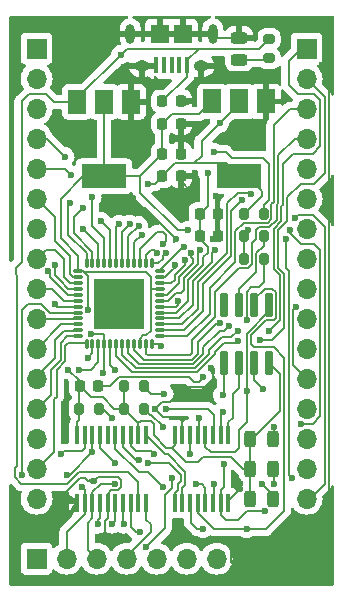
<source format=gtl>
G04 #@! TF.GenerationSoftware,KiCad,Pcbnew,7.0.1*
G04 #@! TF.CreationDate,2024-07-03T15:15:49+02:00*
G04 #@! TF.ProjectId,iCE40DevBoard,69434534-3044-4657-9642-6f6172642e6b,rev?*
G04 #@! TF.SameCoordinates,Original*
G04 #@! TF.FileFunction,Copper,L1,Top*
G04 #@! TF.FilePolarity,Positive*
%FSLAX46Y46*%
G04 Gerber Fmt 4.6, Leading zero omitted, Abs format (unit mm)*
G04 Created by KiCad (PCBNEW 7.0.1) date 2024-07-03 15:15:49*
%MOMM*%
%LPD*%
G01*
G04 APERTURE LIST*
G04 Aperture macros list*
%AMRoundRect*
0 Rectangle with rounded corners*
0 $1 Rounding radius*
0 $2 $3 $4 $5 $6 $7 $8 $9 X,Y pos of 4 corners*
0 Add a 4 corners polygon primitive as box body*
4,1,4,$2,$3,$4,$5,$6,$7,$8,$9,$2,$3,0*
0 Add four circle primitives for the rounded corners*
1,1,$1+$1,$2,$3*
1,1,$1+$1,$4,$5*
1,1,$1+$1,$6,$7*
1,1,$1+$1,$8,$9*
0 Add four rect primitives between the rounded corners*
20,1,$1+$1,$2,$3,$4,$5,0*
20,1,$1+$1,$4,$5,$6,$7,0*
20,1,$1+$1,$6,$7,$8,$9,0*
20,1,$1+$1,$8,$9,$2,$3,0*%
G04 Aperture macros list end*
G04 #@! TA.AperFunction,ComponentPad*
%ADD10O,1.700000X1.700000*%
G04 #@! TD*
G04 #@! TA.AperFunction,ComponentPad*
%ADD11R,1.700000X1.700000*%
G04 #@! TD*
G04 #@! TA.AperFunction,SMDPad,CuDef*
%ADD12RoundRect,0.200000X-0.200000X-0.275000X0.200000X-0.275000X0.200000X0.275000X-0.200000X0.275000X0*%
G04 #@! TD*
G04 #@! TA.AperFunction,SMDPad,CuDef*
%ADD13RoundRect,0.218750X0.218750X0.256250X-0.218750X0.256250X-0.218750X-0.256250X0.218750X-0.256250X0*%
G04 #@! TD*
G04 #@! TA.AperFunction,SMDPad,CuDef*
%ADD14RoundRect,0.225000X-0.225000X-0.250000X0.225000X-0.250000X0.225000X0.250000X-0.225000X0.250000X0*%
G04 #@! TD*
G04 #@! TA.AperFunction,SMDPad,CuDef*
%ADD15RoundRect,0.243750X0.243750X0.456250X-0.243750X0.456250X-0.243750X-0.456250X0.243750X-0.456250X0*%
G04 #@! TD*
G04 #@! TA.AperFunction,SMDPad,CuDef*
%ADD16RoundRect,0.051250X0.153750X-0.733750X0.153750X0.733750X-0.153750X0.733750X-0.153750X-0.733750X0*%
G04 #@! TD*
G04 #@! TA.AperFunction,SMDPad,CuDef*
%ADD17R,1.500000X2.000000*%
G04 #@! TD*
G04 #@! TA.AperFunction,SMDPad,CuDef*
%ADD18R,3.800000X2.000000*%
G04 #@! TD*
G04 #@! TA.AperFunction,SMDPad,CuDef*
%ADD19RoundRect,0.051250X-0.153750X0.733750X-0.153750X-0.733750X0.153750X-0.733750X0.153750X0.733750X0*%
G04 #@! TD*
G04 #@! TA.AperFunction,SMDPad,CuDef*
%ADD20RoundRect,0.075000X-0.225000X0.910000X-0.225000X-0.910000X0.225000X-0.910000X0.225000X0.910000X0*%
G04 #@! TD*
G04 #@! TA.AperFunction,SMDPad,CuDef*
%ADD21R,0.400000X1.350000*%
G04 #@! TD*
G04 #@! TA.AperFunction,ComponentPad*
%ADD22O,1.250000X0.950000*%
G04 #@! TD*
G04 #@! TA.AperFunction,ComponentPad*
%ADD23O,0.775000X1.645000*%
G04 #@! TD*
G04 #@! TA.AperFunction,SMDPad,CuDef*
%ADD24R,1.500000X1.550000*%
G04 #@! TD*
G04 #@! TA.AperFunction,SMDPad,CuDef*
%ADD25RoundRect,0.200000X-0.275000X0.200000X-0.275000X-0.200000X0.275000X-0.200000X0.275000X0.200000X0*%
G04 #@! TD*
G04 #@! TA.AperFunction,SMDPad,CuDef*
%ADD26RoundRect,0.091000X-0.329000X-0.039000X0.329000X-0.039000X0.329000X0.039000X-0.329000X0.039000X0*%
G04 #@! TD*
G04 #@! TA.AperFunction,SMDPad,CuDef*
%ADD27RoundRect,0.091000X0.039000X-0.329000X0.039000X0.329000X-0.039000X0.329000X-0.039000X-0.329000X0*%
G04 #@! TD*
G04 #@! TA.AperFunction,SMDPad,CuDef*
%ADD28RoundRect,0.091000X0.329000X0.039000X-0.329000X0.039000X-0.329000X-0.039000X0.329000X-0.039000X0*%
G04 #@! TD*
G04 #@! TA.AperFunction,SMDPad,CuDef*
%ADD29RoundRect,0.091000X-0.039000X0.329000X-0.039000X-0.329000X0.039000X-0.329000X0.039000X0.329000X0*%
G04 #@! TD*
G04 #@! TA.AperFunction,SMDPad,CuDef*
%ADD30R,4.200000X4.200000*%
G04 #@! TD*
G04 #@! TA.AperFunction,SMDPad,CuDef*
%ADD31RoundRect,0.243750X-0.456250X0.243750X-0.456250X-0.243750X0.456250X-0.243750X0.456250X0.243750X0*%
G04 #@! TD*
G04 #@! TA.AperFunction,ViaPad*
%ADD32C,0.600000*%
G04 #@! TD*
G04 #@! TA.AperFunction,Conductor*
%ADD33C,0.200000*%
G04 #@! TD*
G04 APERTURE END LIST*
D10*
X177800000Y-88900000D03*
X177800000Y-86360000D03*
X177800000Y-83820000D03*
X177800000Y-81280000D03*
X177800000Y-78740000D03*
X177800000Y-76200000D03*
X177800000Y-73660000D03*
X177800000Y-71120000D03*
X177800000Y-68580000D03*
X177800000Y-66040000D03*
X177800000Y-63500000D03*
X177800000Y-60960000D03*
X177800000Y-58420000D03*
X177800000Y-55880000D03*
X177800000Y-53340000D03*
D11*
X177800000Y-50800000D03*
D12*
X185230000Y-79375000D03*
X186880000Y-79375000D03*
D13*
X181457500Y-79375000D03*
X183032500Y-79375000D03*
D10*
X193040000Y-93980000D03*
X190500000Y-93980000D03*
X187960000Y-93980000D03*
X185420000Y-93980000D03*
X182880000Y-93980000D03*
X180340000Y-93980000D03*
D11*
X177800000Y-93980000D03*
D14*
X191630000Y-64770000D03*
X193180000Y-64770000D03*
X188455000Y-57150000D03*
X190005000Y-57150000D03*
D12*
X195390000Y-64770000D03*
X197040000Y-64770000D03*
X181420000Y-81280000D03*
X183070000Y-81280000D03*
D14*
X188455000Y-61595000D03*
X190005000Y-61595000D03*
D15*
X197787500Y-88900000D03*
X195912500Y-88900000D03*
D16*
X189495000Y-89230000D03*
X190145000Y-89230000D03*
X190795000Y-89230000D03*
X191445000Y-89230000D03*
X192095000Y-89230000D03*
X192745000Y-89230000D03*
X193395000Y-89230000D03*
X194045000Y-89230000D03*
X194045000Y-83490000D03*
X193395000Y-83490000D03*
X192745000Y-83490000D03*
X192095000Y-83490000D03*
X191445000Y-83490000D03*
X190795000Y-83490000D03*
X190145000Y-83490000D03*
X189495000Y-83490000D03*
D12*
X195390000Y-68580000D03*
X197040000Y-68580000D03*
D17*
X185815000Y-55295000D03*
X183515000Y-55295000D03*
D18*
X183515000Y-61595000D03*
D17*
X181215000Y-55295000D03*
D14*
X191630000Y-66675000D03*
X193180000Y-66675000D03*
D19*
X187075000Y-83490000D03*
X186425000Y-83490000D03*
X185775000Y-83490000D03*
X185125000Y-83490000D03*
X184475000Y-83490000D03*
X183825000Y-83490000D03*
X183175000Y-83490000D03*
X182525000Y-83490000D03*
X181875000Y-83490000D03*
X181225000Y-83490000D03*
X181225000Y-89230000D03*
X181875000Y-89230000D03*
X182525000Y-89230000D03*
X183175000Y-89230000D03*
X183825000Y-89230000D03*
X184475000Y-89230000D03*
X185125000Y-89230000D03*
X185775000Y-89230000D03*
X186425000Y-89230000D03*
X187075000Y-89230000D03*
D20*
X197485000Y-72460000D03*
X196215000Y-72460000D03*
X194945000Y-72460000D03*
X193675000Y-72460000D03*
X193675000Y-77400000D03*
X194945000Y-77400000D03*
X196215000Y-77400000D03*
X197485000Y-77400000D03*
D12*
X195390000Y-66675000D03*
X197040000Y-66675000D03*
D15*
X197787500Y-86360000D03*
X195912500Y-86360000D03*
X197787500Y-83820000D03*
X195912500Y-83820000D03*
D17*
X197245000Y-55270000D03*
X194945000Y-55270000D03*
D18*
X194945000Y-61570000D03*
D17*
X192645000Y-55270000D03*
D12*
X185230000Y-81280000D03*
X186880000Y-81280000D03*
D21*
X190530000Y-52205000D03*
X189880000Y-52205000D03*
X189230000Y-52205000D03*
X188580000Y-52205000D03*
X187930000Y-52205000D03*
D22*
X191730000Y-52230000D03*
D23*
X192730000Y-49530000D03*
D24*
X190230000Y-49530000D03*
X188230000Y-49530000D03*
D23*
X185730000Y-49530000D03*
D22*
X186730000Y-52230000D03*
D25*
X197485000Y-49975000D03*
X197485000Y-51625000D03*
D14*
X188455000Y-59690000D03*
X190005000Y-59690000D03*
D11*
X200660000Y-50800000D03*
D10*
X200660000Y-53340000D03*
X200660000Y-55880000D03*
X200660000Y-58420000D03*
X200660000Y-60960000D03*
X200660000Y-63500000D03*
X200660000Y-66040000D03*
X200660000Y-68580000D03*
X200660000Y-71120000D03*
X200660000Y-73660000D03*
X200660000Y-76200000D03*
X200660000Y-78740000D03*
X200660000Y-81280000D03*
X200660000Y-83820000D03*
X200660000Y-86360000D03*
X200660000Y-88900000D03*
D14*
X188455000Y-55245000D03*
X190005000Y-55245000D03*
D26*
X181350000Y-69640000D03*
X181350000Y-70140000D03*
X181350000Y-70640000D03*
X181350000Y-71140000D03*
X181350000Y-71640000D03*
X181350000Y-72140000D03*
X181350000Y-72640000D03*
X181350000Y-73140000D03*
X181350000Y-73640000D03*
X181350000Y-74140000D03*
X181350000Y-74640000D03*
X181350000Y-75140000D03*
D27*
X182035000Y-75825000D03*
X182535000Y-75825000D03*
X183035000Y-75825000D03*
X183535000Y-75825000D03*
X184035000Y-75825000D03*
X184535000Y-75825000D03*
X185035000Y-75825000D03*
X185535000Y-75825000D03*
X186035000Y-75825000D03*
X186535000Y-75825000D03*
X187035000Y-75825000D03*
X187535000Y-75825000D03*
D28*
X188220000Y-75140000D03*
X188220000Y-74640000D03*
X188220000Y-74140000D03*
X188220000Y-73640000D03*
X188220000Y-73140000D03*
X188220000Y-72640000D03*
X188220000Y-72140000D03*
X188220000Y-71640000D03*
X188220000Y-71140000D03*
X188220000Y-70640000D03*
X188220000Y-70140000D03*
X188220000Y-69640000D03*
D29*
X187535000Y-68955000D03*
X187035000Y-68955000D03*
X186535000Y-68955000D03*
X186035000Y-68955000D03*
X185535000Y-68955000D03*
X185035000Y-68955000D03*
X184535000Y-68955000D03*
X184035000Y-68955000D03*
X183535000Y-68955000D03*
X183035000Y-68955000D03*
X182535000Y-68955000D03*
X182035000Y-68955000D03*
D30*
X184785000Y-72390000D03*
D31*
X194945000Y-49862500D03*
X194945000Y-51737500D03*
D32*
X187071000Y-92964000D03*
X186563000Y-91694000D03*
X185166000Y-91059000D03*
X201930000Y-52197000D03*
X202534000Y-64770000D03*
X178816000Y-91186000D03*
X196342000Y-92964000D03*
X184150000Y-92710000D03*
X183007000Y-91059000D03*
X178765200Y-69596000D03*
X192582800Y-77825600D03*
X191871600Y-78587600D03*
X188595000Y-80010000D03*
X182626000Y-87376000D03*
X184404000Y-85852000D03*
X187198000Y-85852000D03*
X186436000Y-85598000D03*
X187706000Y-85090000D03*
X195500000Y-95500000D03*
X184912000Y-51308000D03*
X183750000Y-49250000D03*
X177750000Y-48750000D03*
X179700000Y-88900000D03*
X192700000Y-66900000D03*
X186000000Y-63400000D03*
X191100000Y-57200000D03*
X180100000Y-80900000D03*
X193250000Y-53250000D03*
X195500000Y-57750000D03*
X196500000Y-48500000D03*
X184500000Y-73250000D03*
X193000000Y-63300000D03*
X180250000Y-53000000D03*
X193750000Y-72500000D03*
X201300000Y-91600000D03*
X183250000Y-70750000D03*
X188100000Y-49800000D03*
X189500000Y-63250000D03*
X195000000Y-88100000D03*
X182000000Y-58000000D03*
X194250000Y-92750000D03*
X190200000Y-49400000D03*
X176750000Y-91250000D03*
X191000000Y-63000000D03*
X186500000Y-70750000D03*
X186250000Y-73750000D03*
X185000000Y-53250000D03*
X189600000Y-66900000D03*
X187800000Y-81300000D03*
X190500000Y-55300000D03*
X181500000Y-95750000D03*
X198750000Y-49000000D03*
X197500000Y-53000000D03*
X182200000Y-72900000D03*
X190627000Y-66167000D03*
X180500000Y-78000000D03*
X195707000Y-66167000D03*
X188455000Y-57150000D03*
X193300000Y-57100000D03*
X189738000Y-72136000D03*
X187198000Y-62230000D03*
X192278000Y-61341000D03*
X192786000Y-59563000D03*
X188341000Y-75946000D03*
X186436000Y-65786000D03*
X197866000Y-82804000D03*
X199263000Y-66167000D03*
X200152000Y-82550000D03*
X199390000Y-87122000D03*
X186690000Y-66548000D03*
X197866000Y-87630000D03*
X198882000Y-66929000D03*
X188468000Y-67310000D03*
X196850000Y-87630000D03*
X189255400Y-87147400D03*
X184150000Y-82042000D03*
X181610000Y-87884000D03*
X188468000Y-82804000D03*
X184404000Y-87630000D03*
X181737000Y-66040000D03*
X181737000Y-64262000D03*
X183261000Y-65405000D03*
X180594000Y-63881000D03*
X180213000Y-59944000D03*
X182499000Y-63373000D03*
X180721000Y-61468000D03*
X179324000Y-69088000D03*
X193294000Y-74041000D03*
X194056000Y-74295000D03*
X194818000Y-74676000D03*
X197485000Y-74676000D03*
X196723000Y-75438000D03*
X194818000Y-75565000D03*
X195961000Y-63119000D03*
X195199000Y-63627000D03*
X192913000Y-67818000D03*
X191643000Y-67818000D03*
X190881000Y-68072000D03*
X190373000Y-68707000D03*
X188722000Y-68072000D03*
X189484000Y-69088000D03*
X199771000Y-72644000D03*
X190246000Y-67564000D03*
X184785000Y-65659000D03*
X187960000Y-68072000D03*
X185674000Y-65659000D03*
X199644000Y-65151000D03*
X196977000Y-79629000D03*
X195580000Y-73787000D03*
X179832000Y-85090000D03*
X179324000Y-72390000D03*
X182525000Y-84937000D03*
X180340000Y-86868000D03*
X176530000Y-86868000D03*
X182118000Y-76962000D03*
X192786000Y-87630000D03*
X191897000Y-91440000D03*
X184404000Y-77978000D03*
X181356000Y-77978000D03*
X193548000Y-81534000D03*
X183388000Y-78232000D03*
X191516000Y-82042000D03*
X182372000Y-74930000D03*
X195580000Y-79756000D03*
X194945000Y-77400000D03*
X193675000Y-85979000D03*
X197104000Y-89916000D03*
X193548000Y-80137000D03*
X195580000Y-91440000D03*
X191262000Y-87630000D03*
X188722000Y-81280000D03*
X188468000Y-87884000D03*
X190754000Y-85090000D03*
X184200800Y-91059000D03*
D33*
X188696600Y-91338400D02*
X187071000Y-92964000D01*
X186563000Y-91694000D02*
X186182000Y-91694000D01*
X186182000Y-91694000D02*
X185775000Y-91287000D01*
X185125000Y-91018000D02*
X185166000Y-91059000D01*
X185125000Y-89230000D02*
X185125000Y-91018000D01*
X185420000Y-93726000D02*
X185420000Y-93980000D01*
X187075000Y-90682000D02*
X187452000Y-91059000D01*
X187452000Y-91694000D02*
X185420000Y-93726000D01*
X187075000Y-89230000D02*
X187075000Y-90682000D01*
X187452000Y-91059000D02*
X187452000Y-91694000D01*
X188696600Y-91338400D02*
X188696600Y-88569800D01*
X189255400Y-88011000D02*
X189255400Y-87147400D01*
X188696600Y-88569800D02*
X189255400Y-88011000D01*
X185775000Y-89230000D02*
X185775000Y-91287000D01*
X202534000Y-52801000D02*
X202534000Y-64770000D01*
X201930000Y-52197000D02*
X202534000Y-52801000D01*
X202534000Y-64770000D02*
X202534000Y-90366000D01*
X202534000Y-90366000D02*
X201300000Y-91600000D01*
X184099200Y-92710000D02*
X183591200Y-92202000D01*
X183591200Y-91389200D02*
X183591200Y-92202000D01*
X184150000Y-92710000D02*
X184099200Y-92710000D01*
X183175000Y-90510000D02*
X183175000Y-89230000D01*
X183007000Y-90678000D02*
X183175000Y-90510000D01*
X183007000Y-91059000D02*
X183007000Y-90678000D01*
X194250000Y-94250000D02*
X195500000Y-95500000D01*
X194250000Y-92750000D02*
X194250000Y-94250000D01*
X182981600Y-87020400D02*
X182626000Y-87376000D01*
X184962800Y-87274400D02*
X184708800Y-87020400D01*
X184962800Y-87934800D02*
X184962800Y-87274400D01*
X184708800Y-87020400D02*
X182981600Y-87020400D01*
X184099200Y-88188800D02*
X184708800Y-88188800D01*
X183825000Y-88463000D02*
X184099200Y-88188800D01*
X184708800Y-88188800D02*
X184962800Y-87934800D01*
X183825000Y-89230000D02*
X183825000Y-88463000D01*
X179247000Y-55295000D02*
X181215000Y-55295000D01*
X178562000Y-54610000D02*
X179247000Y-55295000D01*
X177165000Y-54610000D02*
X178562000Y-54610000D01*
X176530000Y-55245000D02*
X177165000Y-54610000D01*
X176530000Y-68834000D02*
X176530000Y-55245000D01*
X176022000Y-69342000D02*
X176530000Y-68834000D01*
X176022000Y-69850000D02*
X176022000Y-69342000D01*
X176180000Y-70008000D02*
X176022000Y-69850000D01*
X176180000Y-86106000D02*
X176180000Y-70008000D01*
X180370000Y-87630000D02*
X176514182Y-87630000D01*
X181400000Y-86600000D02*
X180370000Y-87630000D01*
X176514182Y-87630000D02*
X175980000Y-87095818D01*
X185558400Y-86600000D02*
X181400000Y-86600000D01*
X175980000Y-87095818D02*
X175980000Y-86306000D01*
X186425000Y-89230000D02*
X186425000Y-87466600D01*
X186425000Y-87466600D02*
X185558400Y-86600000D01*
X175980000Y-86306000D02*
X176180000Y-86106000D01*
X183235600Y-87630000D02*
X184404000Y-87630000D01*
X182525000Y-88340600D02*
X183235600Y-87630000D01*
X182525000Y-89230000D02*
X182525000Y-88340600D01*
X183692800Y-90678000D02*
X183591200Y-90779600D01*
X183825000Y-90545800D02*
X183692800Y-90678000D01*
X183591200Y-90779600D02*
X183591200Y-91389200D01*
X183825000Y-89230000D02*
X183825000Y-90545800D01*
X178968400Y-69799200D02*
X178765200Y-69596000D01*
X181350000Y-71640000D02*
X180453600Y-71640000D01*
X180453600Y-71640000D02*
X178968400Y-70154800D01*
X178968400Y-70154800D02*
X178968400Y-69799200D01*
X180086000Y-70104000D02*
X180086000Y-68580000D01*
X191566800Y-79451200D02*
X192024000Y-79451200D01*
X192024000Y-79451200D02*
X192735200Y-78740000D01*
X192735200Y-77978000D02*
X192582800Y-77825600D01*
X192735200Y-78740000D02*
X192735200Y-77978000D01*
X190296800Y-79451200D02*
X191566800Y-79451200D01*
X189077600Y-80670400D02*
X190296800Y-79451200D01*
X188429600Y-80670400D02*
X189077600Y-80670400D01*
X187800000Y-81300000D02*
X188429600Y-80670400D01*
X184023000Y-79375000D02*
X183032500Y-79375000D01*
X184810400Y-78587600D02*
X184023000Y-79375000D01*
X190703200Y-78587600D02*
X184810400Y-78587600D01*
X191109600Y-78994000D02*
X190703200Y-78587600D01*
X191566800Y-78994000D02*
X191109600Y-78994000D01*
X191871600Y-78689200D02*
X191566800Y-78994000D01*
X191871600Y-78587600D02*
X191871600Y-78689200D01*
X182382500Y-80300000D02*
X181457500Y-79375000D01*
X183400000Y-80300000D02*
X182382500Y-80300000D01*
X181457500Y-79375000D02*
X181457500Y-78957500D01*
X181457500Y-78957500D02*
X180500000Y-78000000D01*
X181420000Y-79412500D02*
X181457500Y-79375000D01*
X181420000Y-81280000D02*
X181420000Y-79412500D01*
X185230000Y-79375000D02*
X185230000Y-81280000D01*
X187515000Y-80010000D02*
X186880000Y-79375000D01*
X188595000Y-80010000D02*
X187515000Y-80010000D01*
X182118000Y-87376000D02*
X182626000Y-87376000D01*
X181864000Y-87122000D02*
X182118000Y-87376000D01*
X181478000Y-87122000D02*
X181864000Y-87122000D01*
X179700000Y-88900000D02*
X181478000Y-87122000D01*
X183175000Y-84623000D02*
X183175000Y-83490000D01*
X188976000Y-85852000D02*
X187198000Y-85852000D01*
X184404000Y-85852000D02*
X183175000Y-84623000D01*
X189484000Y-86360000D02*
X188976000Y-85852000D01*
X186182000Y-85598000D02*
X186436000Y-85598000D01*
X185125000Y-84541000D02*
X186182000Y-85598000D01*
X185775000Y-84429000D02*
X185775000Y-83490000D01*
X186182000Y-84836000D02*
X185775000Y-84429000D01*
X187452000Y-84836000D02*
X186182000Y-84836000D01*
X187706000Y-85090000D02*
X187452000Y-84836000D01*
X189738000Y-88138000D02*
X189738000Y-87630000D01*
X189992000Y-86868000D02*
X189484000Y-86360000D01*
X189992000Y-87376000D02*
X189992000Y-86868000D01*
X189495000Y-88381000D02*
X189738000Y-88138000D01*
X189738000Y-87630000D02*
X189992000Y-87376000D01*
X189495000Y-89230000D02*
X189495000Y-88381000D01*
X182118000Y-93218000D02*
X182880000Y-93980000D01*
X182118000Y-90932000D02*
X182118000Y-93218000D01*
X182525000Y-90525000D02*
X182118000Y-90932000D01*
X182525000Y-89230000D02*
X182525000Y-90525000D01*
X181875000Y-90159000D02*
X180340000Y-91694000D01*
X181875000Y-89230000D02*
X181875000Y-90159000D01*
X180340000Y-91694000D02*
X180340000Y-93980000D01*
X190530000Y-52205000D02*
X190530000Y-51786000D01*
X185420000Y-50800000D02*
X191516000Y-50800000D01*
X181215000Y-55295000D02*
X181215000Y-55005000D01*
X181215000Y-55005000D02*
X184912000Y-51308000D01*
X188455000Y-55245000D02*
X190530000Y-53170000D01*
X196660000Y-50800000D02*
X197485000Y-49975000D01*
X184912000Y-51308000D02*
X185420000Y-50800000D01*
X191516000Y-50800000D02*
X196660000Y-50800000D01*
X190530000Y-51786000D02*
X191516000Y-50800000D01*
X190530000Y-53170000D02*
X190530000Y-52205000D01*
X185150000Y-53400000D02*
X185000000Y-53250000D01*
X190145000Y-82345000D02*
X190145000Y-83490000D01*
X191000000Y-63000000D02*
X190005000Y-62005000D01*
X190005000Y-62005000D02*
X190005000Y-61595000D01*
X180030000Y-89230000D02*
X179700000Y-88900000D01*
X192700000Y-66900000D02*
X192955000Y-66900000D01*
X187930000Y-52205000D02*
X186755000Y-52205000D01*
X186755000Y-52205000D02*
X186730000Y-52230000D01*
X192955000Y-66900000D02*
X193180000Y-66675000D01*
X189800000Y-82000000D02*
X190145000Y-82345000D01*
X190060000Y-55300000D02*
X190005000Y-55245000D01*
X194045000Y-89230000D02*
X194045000Y-89055000D01*
X186300000Y-64300000D02*
X187000000Y-64300000D01*
X190005000Y-59690000D02*
X190005000Y-57150000D01*
X188500000Y-82000000D02*
X189800000Y-82000000D01*
X190005000Y-57150000D02*
X191050000Y-57150000D01*
X190500000Y-55300000D02*
X190060000Y-55300000D01*
X193062500Y-49862500D02*
X192730000Y-49530000D01*
X191050000Y-57150000D02*
X191100000Y-57200000D01*
X187000000Y-64300000D02*
X189600000Y-66900000D01*
X193180000Y-64770000D02*
X193180000Y-63480000D01*
X186000000Y-64000000D02*
X186300000Y-64300000D01*
X193180000Y-63480000D02*
X193000000Y-63300000D01*
X186000000Y-63400000D02*
X186000000Y-64000000D01*
X194045000Y-89055000D02*
X195000000Y-88100000D01*
X181225000Y-89230000D02*
X180030000Y-89230000D01*
X194945000Y-49862500D02*
X193062500Y-49862500D01*
X187800000Y-81300000D02*
X188500000Y-82000000D01*
X187452000Y-71120000D02*
X187452000Y-70104000D01*
X195961000Y-83820000D02*
X195912500Y-83820000D01*
X186550000Y-62979000D02*
X189738000Y-66167000D01*
X182200000Y-70076313D02*
X181823687Y-69700000D01*
X187048000Y-75080000D02*
X186794000Y-75080000D01*
X184380000Y-81280000D02*
X183400000Y-80300000D01*
X195260000Y-86360000D02*
X194300000Y-85400000D01*
X190448000Y-85800000D02*
X189230000Y-84582000D01*
X185230000Y-81280000D02*
X184380000Y-81280000D01*
X181420000Y-82232000D02*
X181225000Y-82427000D01*
X187048000Y-69700000D02*
X181823687Y-69700000D01*
X187706000Y-82550000D02*
X187706000Y-83484604D01*
X187472000Y-71140000D02*
X187452000Y-71160000D01*
X181737000Y-61595000D02*
X179832000Y-63500000D01*
X198405000Y-78320000D02*
X197485000Y-77400000D01*
X181350000Y-69640000D02*
X181350000Y-68320000D01*
X181350000Y-68320000D02*
X179832000Y-66802000D01*
X187452000Y-82296000D02*
X187706000Y-82550000D01*
X187452000Y-74676000D02*
X187048000Y-75080000D01*
X187472000Y-71140000D02*
X187452000Y-71120000D01*
X187452000Y-70104000D02*
X187048000Y-69700000D01*
X186794000Y-75080000D02*
X186535000Y-75339000D01*
X195390000Y-66675000D02*
X195390000Y-68580000D01*
X179832000Y-63500000D02*
X179832000Y-66802000D01*
X186425000Y-82475000D02*
X186604000Y-82296000D01*
X182200000Y-72900000D02*
X182200000Y-70076313D01*
X189495000Y-84317000D02*
X189495000Y-83490000D01*
X194300000Y-85400000D02*
X191900000Y-85400000D01*
X183515000Y-61595000D02*
X186550000Y-61595000D01*
X183515000Y-61595000D02*
X181737000Y-61595000D01*
X186535000Y-75339000D02*
X186535000Y-75825000D01*
X195912500Y-86360000D02*
X195912500Y-88900000D01*
X195390000Y-66675000D02*
X195390000Y-66484000D01*
X181823687Y-69700000D02*
X181763687Y-69640000D01*
X195912500Y-83820000D02*
X195912500Y-86360000D01*
X181225000Y-82427000D02*
X181225000Y-83490000D01*
X183515000Y-55295000D02*
X183515000Y-61595000D01*
X188803396Y-84582000D02*
X189230000Y-84582000D01*
X186550000Y-61595000D02*
X186550000Y-62979000D01*
X191500000Y-85800000D02*
X190448000Y-85800000D01*
X187452000Y-71160000D02*
X187452000Y-74676000D01*
X195912500Y-86360000D02*
X195260000Y-86360000D01*
X181420000Y-81280000D02*
X181420000Y-82232000D01*
X186604000Y-82296000D02*
X187452000Y-82296000D01*
X191900000Y-85400000D02*
X191500000Y-85800000D01*
X181763687Y-69640000D02*
X181350000Y-69640000D01*
X186425000Y-82475000D02*
X185230000Y-81280000D01*
X198405000Y-81487182D02*
X198405000Y-78320000D01*
X188455000Y-59690000D02*
X188455000Y-57150000D01*
X187706000Y-83484604D02*
X188803396Y-84582000D01*
X196072182Y-83820000D02*
X198405000Y-81487182D01*
X195390000Y-66484000D02*
X195707000Y-66167000D01*
X188455000Y-57150000D02*
X189255000Y-56350000D01*
X189230000Y-84582000D02*
X189495000Y-84317000D01*
X191565000Y-56350000D02*
X192645000Y-55270000D01*
X195912500Y-83820000D02*
X196072182Y-83820000D01*
X186550000Y-61595000D02*
X188455000Y-59690000D01*
X186425000Y-83490000D02*
X186425000Y-82475000D01*
X189738000Y-66167000D02*
X190627000Y-66167000D01*
X188220000Y-71140000D02*
X187472000Y-71140000D01*
X189255000Y-56350000D02*
X191565000Y-56350000D01*
X187198000Y-62230000D02*
X187820000Y-62230000D01*
X194945000Y-61570000D02*
X195555000Y-61570000D01*
X187820000Y-62230000D02*
X188455000Y-61595000D01*
X191135000Y-60490000D02*
X191770000Y-59855000D01*
X188455000Y-61595000D02*
X189560000Y-60490000D01*
X189560000Y-60490000D02*
X191135000Y-60490000D01*
X191135000Y-60490000D02*
X193865000Y-60490000D01*
X194945000Y-55270000D02*
X194945000Y-55455000D01*
X189611000Y-72644000D02*
X188224000Y-72644000D01*
X196850000Y-62865000D02*
X196850000Y-63310000D01*
X196850000Y-63310000D02*
X195390000Y-64770000D01*
X193300000Y-57100000D02*
X191770000Y-58630000D01*
X195555000Y-61570000D02*
X196850000Y-62865000D01*
X194945000Y-55455000D02*
X193300000Y-57100000D01*
X188224000Y-72644000D02*
X188220000Y-72640000D01*
X189738000Y-72136000D02*
X189738000Y-72517000D01*
X193865000Y-60490000D02*
X194945000Y-61570000D01*
X189738000Y-72517000D02*
X189611000Y-72644000D01*
X191770000Y-58630000D02*
X191770000Y-59855000D01*
X191897000Y-69088000D02*
X191897000Y-68453000D01*
X191897000Y-68453000D02*
X192278000Y-68072000D01*
X189623000Y-73140000D02*
X190627000Y-72136000D01*
X197040000Y-64072000D02*
X197485000Y-63627000D01*
X192278000Y-68072000D02*
X192278000Y-67564000D01*
X197485000Y-60579000D02*
X196977000Y-60071000D01*
X190627000Y-72136000D02*
X190627000Y-70358000D01*
X193802000Y-59563000D02*
X192786000Y-59563000D01*
X191630000Y-64770000D02*
X191630000Y-66675000D01*
X194310000Y-60071000D02*
X193802000Y-59563000D01*
X192278000Y-67564000D02*
X191630000Y-66916000D01*
X190627000Y-70358000D02*
X191897000Y-69088000D01*
X192278000Y-61341000D02*
X192278000Y-64122000D01*
X197040000Y-64770000D02*
X197040000Y-64072000D01*
X191630000Y-66916000D02*
X191630000Y-66675000D01*
X188220000Y-73140000D02*
X189623000Y-73140000D01*
X197485000Y-63627000D02*
X197485000Y-60579000D01*
X196977000Y-60071000D02*
X194310000Y-60071000D01*
X192278000Y-64122000D02*
X191630000Y-64770000D01*
X197372500Y-51737500D02*
X194945000Y-51737500D01*
X197485000Y-51625000D02*
X197372500Y-51737500D01*
X188220000Y-75825000D02*
X188341000Y-75946000D01*
X187535000Y-75825000D02*
X188220000Y-75825000D01*
X201168000Y-82550000D02*
X200152000Y-82550000D01*
X200152000Y-67310000D02*
X199263000Y-66421000D01*
X185535000Y-66687000D02*
X186436000Y-65786000D01*
X201326000Y-67310000D02*
X201834000Y-67818000D01*
X200152000Y-67310000D02*
X201326000Y-67310000D01*
X199263000Y-66421000D02*
X199263000Y-66167000D01*
X201834000Y-81884000D02*
X201168000Y-82550000D01*
X185535000Y-68955000D02*
X185535000Y-66687000D01*
X197866000Y-83741500D02*
X197787500Y-83820000D01*
X197866000Y-82804000D02*
X197866000Y-83741500D01*
X201834000Y-67818000D02*
X201834000Y-81884000D01*
X197866000Y-87630000D02*
X197866000Y-86438500D01*
X186035000Y-67203000D02*
X186690000Y-66548000D01*
X198882000Y-66929000D02*
X198882000Y-69342000D01*
X186035000Y-68955000D02*
X186035000Y-67203000D01*
X198882000Y-69342000D02*
X199136000Y-69596000D01*
X197866000Y-86438500D02*
X197787500Y-86360000D01*
X199136000Y-69596000D02*
X199136000Y-86868000D01*
X199136000Y-86868000D02*
X199390000Y-87122000D01*
X197787500Y-88567500D02*
X197787500Y-88900000D01*
X187960000Y-66294000D02*
X186535000Y-67719000D01*
X188722000Y-67056000D02*
X188722000Y-66548000D01*
X188468000Y-66294000D02*
X187960000Y-66294000D01*
X186535000Y-67719000D02*
X186535000Y-68955000D01*
X188722000Y-66548000D02*
X188468000Y-66294000D01*
X188468000Y-67310000D02*
X188722000Y-67056000D01*
X196850000Y-87630000D02*
X197787500Y-88567500D01*
X183388000Y-81280000D02*
X183070000Y-81280000D01*
X184150000Y-82042000D02*
X183388000Y-81280000D01*
X181875000Y-88149000D02*
X181610000Y-87884000D01*
X181875000Y-89230000D02*
X181875000Y-88149000D01*
X186880000Y-81280000D02*
X187400000Y-81800000D01*
X187400000Y-81800000D02*
X187500000Y-81800000D01*
X188468000Y-82768000D02*
X188468000Y-82804000D01*
X187500000Y-81800000D02*
X188468000Y-82768000D01*
X183035000Y-68955000D02*
X183035000Y-67338000D01*
X183035000Y-67338000D02*
X181737000Y-66040000D01*
X180975000Y-66419604D02*
X182535000Y-67979604D01*
X181737000Y-64262000D02*
X180975000Y-65024000D01*
X180975000Y-65024000D02*
X180975000Y-66419604D01*
X182535000Y-67979604D02*
X182535000Y-68955000D01*
X184035000Y-66155000D02*
X184035000Y-68955000D01*
X184011000Y-66155000D02*
X183261000Y-65405000D01*
X184035000Y-66155000D02*
X184011000Y-66155000D01*
X178689000Y-58420000D02*
X180213000Y-59944000D01*
X182035000Y-68116000D02*
X180467000Y-66548000D01*
X177800000Y-58420000D02*
X178689000Y-58420000D01*
X182035000Y-68955000D02*
X182035000Y-68116000D01*
X180467000Y-66548000D02*
X180467000Y-64008000D01*
X180467000Y-64008000D02*
X180594000Y-63881000D01*
X180213000Y-60960000D02*
X180721000Y-61468000D01*
X183535000Y-68955000D02*
X183535000Y-66822000D01*
X182499000Y-65786000D02*
X182499000Y-63373000D01*
X177800000Y-60960000D02*
X180213000Y-60960000D01*
X183535000Y-66822000D02*
X182499000Y-65786000D01*
X180594000Y-68326000D02*
X179324000Y-67056000D01*
X179324000Y-65024000D02*
X177800000Y-63500000D01*
X180884000Y-70140000D02*
X180594000Y-69850000D01*
X180594000Y-69850000D02*
X180594000Y-68326000D01*
X179324000Y-67056000D02*
X179324000Y-65024000D01*
X181350000Y-70140000D02*
X180884000Y-70140000D01*
X181350000Y-71140000D02*
X180485604Y-71140000D01*
X179767802Y-70422198D02*
X179324000Y-69978396D01*
X180485604Y-71140000D02*
X179767802Y-70422198D01*
X179324000Y-69978396D02*
X179324000Y-69088000D01*
X181350000Y-70640000D02*
X180622000Y-70640000D01*
X178562000Y-67818000D02*
X177800000Y-68580000D01*
X179324000Y-67818000D02*
X178562000Y-67818000D01*
X180086000Y-68580000D02*
X179324000Y-67818000D01*
X180622000Y-70640000D02*
X180086000Y-70104000D01*
X180099305Y-72140000D02*
X181350000Y-72140000D01*
X177800000Y-71120000D02*
X179079305Y-71120000D01*
X179079305Y-71120000D02*
X180099305Y-72140000D01*
X181350000Y-73640000D02*
X181330000Y-73660000D01*
X181330000Y-73660000D02*
X177800000Y-73660000D01*
X179860000Y-74140000D02*
X177800000Y-76200000D01*
X181350000Y-74140000D02*
X179860000Y-74140000D01*
X181314000Y-74676000D02*
X180086000Y-74676000D01*
X177800000Y-78486000D02*
X177800000Y-78740000D01*
X179324000Y-76962000D02*
X177800000Y-78486000D01*
X179324000Y-75438000D02*
X179324000Y-76962000D01*
X181350000Y-74640000D02*
X181314000Y-74676000D01*
X180086000Y-74676000D02*
X179324000Y-75438000D01*
X180384000Y-75140000D02*
X179832000Y-75692000D01*
X179832000Y-77168000D02*
X179000000Y-78000000D01*
X179000000Y-80080000D02*
X177800000Y-81280000D01*
X179000000Y-78000000D02*
X179000000Y-80080000D01*
X179832000Y-75692000D02*
X179832000Y-77168000D01*
X181350000Y-75140000D02*
X180384000Y-75140000D01*
X190933174Y-77139800D02*
X186867800Y-77139800D01*
X193040000Y-74041000D02*
X191447000Y-75634000D01*
X191447000Y-75634000D02*
X191447000Y-76625974D01*
X193294000Y-74041000D02*
X193040000Y-74041000D01*
X191447000Y-76625974D02*
X190933174Y-77139800D01*
X186867800Y-77139800D02*
X186035000Y-76307000D01*
X186035000Y-76307000D02*
X186035000Y-75825000D01*
X180250000Y-77250000D02*
X180250000Y-76000000D01*
X179250000Y-84910000D02*
X179250000Y-80500000D01*
X179250000Y-80500000D02*
X179500000Y-80250000D01*
X181960000Y-75750000D02*
X182035000Y-75825000D01*
X177800000Y-86360000D02*
X179250000Y-84910000D01*
X180500000Y-75750000D02*
X181960000Y-75750000D01*
X179500000Y-78000000D02*
X180250000Y-77250000D01*
X180250000Y-76000000D02*
X180500000Y-75750000D01*
X179500000Y-80250000D02*
X179500000Y-78000000D01*
X194056000Y-74295000D02*
X193675000Y-74676000D01*
X186464192Y-77495400D02*
X185535000Y-76566208D01*
X193294000Y-74676000D02*
X191897000Y-76073000D01*
X193675000Y-74676000D02*
X193294000Y-74676000D01*
X185535000Y-76566208D02*
X185535000Y-75825000D01*
X191897000Y-76670948D02*
X191072548Y-77495400D01*
X191072548Y-77495400D02*
X186464192Y-77495400D01*
X191897000Y-76073000D02*
X191897000Y-76670948D01*
X197866000Y-66045344D02*
X198501000Y-65410344D01*
X199517000Y-59690000D02*
X201168000Y-59690000D01*
X185035000Y-76702604D02*
X185035000Y-75825000D01*
X201295000Y-54610000D02*
X199898000Y-54610000D01*
X198385000Y-73762975D02*
X198385000Y-69988000D01*
X186183396Y-77851000D02*
X185035000Y-76702604D01*
X199136000Y-53848000D02*
X199136000Y-51816000D01*
X193488604Y-75242000D02*
X192405000Y-76325604D01*
X197866000Y-69469000D02*
X197866000Y-66045344D01*
X198303987Y-73843988D02*
X198385000Y-73762975D01*
X201834000Y-55149000D02*
X201295000Y-54610000D01*
X198501000Y-64135000D02*
X198628000Y-64008000D01*
X192405000Y-76325604D02*
X192405000Y-76657922D01*
X192405000Y-76657922D02*
X191211922Y-77851000D01*
X194252000Y-75242000D02*
X193488604Y-75242000D01*
X198628000Y-60579000D02*
X199517000Y-59690000D01*
X198385000Y-69988000D02*
X197866000Y-69469000D01*
X194818000Y-74676000D02*
X194252000Y-75242000D01*
X198628000Y-64008000D02*
X198628000Y-60579000D01*
X199898000Y-54610000D02*
X199136000Y-53848000D01*
X200152000Y-50800000D02*
X200660000Y-50800000D01*
X197485000Y-74676000D02*
X198303987Y-73857013D01*
X201168000Y-59690000D02*
X201834000Y-59024000D01*
X198501000Y-65410344D02*
X198501000Y-64135000D01*
X198303987Y-73857013D02*
X198303987Y-73843988D01*
X191211922Y-77851000D02*
X186183396Y-77851000D01*
X201834000Y-59024000D02*
X201834000Y-55149000D01*
X199136000Y-51816000D02*
X200152000Y-50800000D01*
X192913000Y-76454000D02*
X192913000Y-76644896D01*
X199009000Y-65405000D02*
X199009000Y-63373000D01*
X192913000Y-76644896D02*
X191351296Y-78206600D01*
X200152000Y-62230000D02*
X201295000Y-62230000D01*
X193675000Y-75692000D02*
X192913000Y-76454000D01*
X194818000Y-75565000D02*
X194691000Y-75692000D01*
X196723000Y-75438000D02*
X197739000Y-75438000D01*
X194691000Y-75692000D02*
X193675000Y-75692000D01*
X199009000Y-63373000D02*
X200152000Y-62230000D01*
X198247000Y-66167000D02*
X199009000Y-65405000D01*
X191351296Y-78206600D02*
X185902600Y-78206600D01*
X184535000Y-76839000D02*
X184535000Y-75825000D01*
X202184000Y-61341000D02*
X202184000Y-54864000D01*
X197739000Y-75438000D02*
X198755000Y-74422000D01*
X185902600Y-78206600D02*
X184535000Y-76839000D01*
X198755000Y-74422000D02*
X198755000Y-69850000D01*
X201295000Y-62230000D02*
X202184000Y-61341000D01*
X198247000Y-69342000D02*
X198247000Y-66167000D01*
X198755000Y-69850000D02*
X198247000Y-69342000D01*
X202184000Y-54864000D02*
X200660000Y-53340000D01*
X197866000Y-57277000D02*
X199263000Y-55880000D01*
X195326000Y-65532000D02*
X197389396Y-65532000D01*
X197866000Y-63754000D02*
X197866000Y-57277000D01*
X194629000Y-68896000D02*
X194629000Y-66229000D01*
X197389396Y-65532000D02*
X197690000Y-65231396D01*
X188220000Y-75140000D02*
X190544000Y-75140000D01*
X192463000Y-73221000D02*
X192463000Y-71062000D01*
X197690000Y-65231396D02*
X197690000Y-63930000D01*
X190544000Y-75140000D02*
X192463000Y-73221000D01*
X194629000Y-66229000D02*
X195326000Y-65532000D01*
X199263000Y-55880000D02*
X200660000Y-55880000D01*
X197690000Y-63930000D02*
X197866000Y-63754000D01*
X192463000Y-71062000D02*
X194629000Y-68896000D01*
X196040000Y-69041396D02*
X196040000Y-67231000D01*
X190803000Y-76775000D02*
X190997000Y-76581000D01*
X187198000Y-76775000D02*
X190803000Y-76775000D01*
X187035000Y-76612000D02*
X187198000Y-76775000D01*
X187035000Y-75825000D02*
X187035000Y-76612000D01*
X198247000Y-59817000D02*
X199644000Y-58420000D01*
X198120000Y-65296370D02*
X198120000Y-64008000D01*
X196342000Y-66167000D02*
X196596000Y-65913000D01*
X195739396Y-69342000D02*
X196040000Y-69041396D01*
X198120000Y-64008000D02*
X198247000Y-63881000D01*
X196596000Y-65913000D02*
X197503370Y-65913000D01*
X190997000Y-76581000D02*
X190997000Y-75447604D01*
X196040000Y-67231000D02*
X196342000Y-66929000D01*
X199644000Y-58420000D02*
X200660000Y-58420000D01*
X190997000Y-75447604D02*
X192913000Y-73531604D01*
X194945000Y-69342000D02*
X195739396Y-69342000D01*
X196342000Y-66929000D02*
X196342000Y-66167000D01*
X197503370Y-65913000D02*
X198120000Y-65296370D01*
X192913000Y-71374000D02*
X194945000Y-69342000D01*
X198247000Y-63881000D02*
X198247000Y-59817000D01*
X192913000Y-73531604D02*
X192913000Y-71374000D01*
X193929000Y-68072000D02*
X193929000Y-63881000D01*
X191447000Y-72838604D02*
X191447000Y-70554000D01*
X188220000Y-74140000D02*
X190145604Y-74140000D01*
X190145604Y-74140000D02*
X191447000Y-72838604D01*
X191447000Y-70554000D02*
X193929000Y-68072000D01*
X194818000Y-62992000D02*
X195834000Y-62992000D01*
X195834000Y-62992000D02*
X195961000Y-63119000D01*
X193929000Y-63881000D02*
X194818000Y-62992000D01*
X195199000Y-63627000D02*
X194279000Y-64547000D01*
X191897000Y-70725975D02*
X191897000Y-73025000D01*
X191897000Y-73025000D02*
X190282000Y-74640000D01*
X190282000Y-74640000D02*
X188220000Y-74640000D01*
X191897000Y-70725975D02*
X194279000Y-68343975D01*
X194279000Y-68343975D02*
X194279000Y-64547000D01*
X192659000Y-68820974D02*
X191008000Y-70471974D01*
X192913000Y-67818000D02*
X192659000Y-68072000D01*
X191008000Y-72517000D02*
X189885000Y-73640000D01*
X189885000Y-73640000D02*
X188220000Y-73640000D01*
X191008000Y-70471974D02*
X191008000Y-72517000D01*
X192659000Y-68072000D02*
X192659000Y-68820974D01*
X189595182Y-71501000D02*
X188956182Y-72140000D01*
X191431000Y-68030000D02*
X191431000Y-69059026D01*
X191643000Y-67818000D02*
X191431000Y-68030000D01*
X190246000Y-70244026D02*
X190246000Y-71247000D01*
X189992000Y-71501000D02*
X189595182Y-71501000D01*
X190246000Y-71247000D02*
X189992000Y-71501000D01*
X188956182Y-72140000D02*
X188220000Y-72140000D01*
X191431000Y-69059026D02*
X190246000Y-70244026D01*
X189865000Y-70612000D02*
X188837000Y-71640000D01*
X191008000Y-68961000D02*
X189865000Y-70104000D01*
X189865000Y-70104000D02*
X189865000Y-70612000D01*
X190881000Y-68072000D02*
X190881000Y-68453000D01*
X188837000Y-71640000D02*
X188220000Y-71640000D01*
X190881000Y-68453000D02*
X191008000Y-68580000D01*
X191008000Y-68580000D02*
X191008000Y-68961000D01*
X188220000Y-70640000D02*
X189202000Y-70640000D01*
X189202000Y-70640000D02*
X189484000Y-70358000D01*
X190373000Y-69088000D02*
X190373000Y-68707000D01*
X189484000Y-70358000D02*
X189484000Y-69977000D01*
X189484000Y-69977000D02*
X190373000Y-69088000D01*
X188093000Y-68955000D02*
X187535000Y-68955000D01*
X188468000Y-68326000D02*
X188468000Y-68580000D01*
X188468000Y-68580000D02*
X188093000Y-68955000D01*
X188722000Y-68072000D02*
X188468000Y-68326000D01*
X189484000Y-69342000D02*
X189484000Y-69088000D01*
X199517000Y-72898000D02*
X199771000Y-72644000D01*
X188686000Y-70140000D02*
X189357000Y-69469000D01*
X199517000Y-75438000D02*
X199517000Y-72898000D01*
X199517000Y-75438000D02*
X199517000Y-77597000D01*
X188220000Y-70140000D02*
X188686000Y-70140000D01*
X199517000Y-77597000D02*
X200660000Y-78740000D01*
X189357000Y-69469000D02*
X189484000Y-69342000D01*
X188220000Y-69640000D02*
X188220000Y-69574182D01*
X188220000Y-69574182D02*
X189222091Y-68572091D01*
X189222091Y-68572091D02*
X190230182Y-67564000D01*
X190230182Y-67564000D02*
X190246000Y-67564000D01*
X184535000Y-65909000D02*
X184785000Y-65659000D01*
X184535000Y-68955000D02*
X184535000Y-65909000D01*
X187960000Y-68072000D02*
X187706000Y-67818000D01*
X187706000Y-67818000D02*
X187452000Y-67818000D01*
X187452000Y-67818000D02*
X187035000Y-68235000D01*
X187035000Y-68955000D02*
X187035000Y-68235000D01*
X185035000Y-66298000D02*
X185674000Y-65659000D01*
X199898000Y-64897000D02*
X201168000Y-64897000D01*
X199644000Y-65151000D02*
X199898000Y-64897000D01*
X200914000Y-88900000D02*
X200660000Y-88900000D01*
X202184000Y-87630000D02*
X200914000Y-88900000D01*
X202184000Y-65913000D02*
X202184000Y-87630000D01*
X185035000Y-68955000D02*
X185035000Y-66298000D01*
X201168000Y-64897000D02*
X202184000Y-65913000D01*
X196390000Y-68118604D02*
X197040000Y-67468604D01*
X194945000Y-71120000D02*
X196390000Y-69675000D01*
X196390000Y-69675000D02*
X196390000Y-68118604D01*
X197040000Y-67468604D02*
X197040000Y-66675000D01*
X194945000Y-72460000D02*
X194945000Y-71120000D01*
X196215000Y-78867000D02*
X196977000Y-79629000D01*
X197040000Y-70549000D02*
X197040000Y-68580000D01*
X195580000Y-71374000D02*
X195961000Y-70993000D01*
X195961000Y-70993000D02*
X196596000Y-70993000D01*
X196596000Y-70993000D02*
X197040000Y-70549000D01*
X196215000Y-77400000D02*
X196215000Y-78867000D01*
X195580000Y-71374000D02*
X195580000Y-73787000D01*
X181875000Y-84571000D02*
X181610000Y-84836000D01*
X181610000Y-84836000D02*
X180086000Y-84836000D01*
X179574000Y-72640000D02*
X179324000Y-72390000D01*
X181350000Y-72640000D02*
X179574000Y-72640000D01*
X181875000Y-83490000D02*
X181875000Y-84571000D01*
X180086000Y-84836000D02*
X179832000Y-85090000D01*
X178941701Y-73140000D02*
X178191701Y-72390000D01*
X177038000Y-72390000D02*
X176530000Y-72898000D01*
X176530000Y-72898000D02*
X176530000Y-85344000D01*
X182525000Y-84937000D02*
X182525000Y-83490000D01*
X181350000Y-73140000D02*
X178941701Y-73140000D01*
X176530000Y-85344000D02*
X176530000Y-86868000D01*
X178191701Y-72390000D02*
X177038000Y-72390000D01*
X180594000Y-86868000D02*
X180340000Y-86868000D01*
X182525000Y-84937000D02*
X180594000Y-86868000D01*
X182535000Y-76545000D02*
X182118000Y-76962000D01*
X192786000Y-87630000D02*
X192786000Y-89189000D01*
X192786000Y-89189000D02*
X192745000Y-89230000D01*
X182535000Y-75825000D02*
X182535000Y-76545000D01*
X191389000Y-91440000D02*
X190881000Y-90932000D01*
X190881000Y-90932000D02*
X190881000Y-89316000D01*
X190881000Y-89316000D02*
X190795000Y-89230000D01*
X184035000Y-75825000D02*
X184035000Y-77609000D01*
X191897000Y-91440000D02*
X191389000Y-91440000D01*
X184035000Y-77609000D02*
X184404000Y-77978000D01*
X183035000Y-75825000D02*
X183035000Y-77315000D01*
X193395000Y-81687000D02*
X193395000Y-83490000D01*
X183035000Y-77315000D02*
X182372000Y-77978000D01*
X182372000Y-77978000D02*
X181356000Y-77978000D01*
X193548000Y-81534000D02*
X193395000Y-81687000D01*
X183535000Y-75825000D02*
X183535000Y-78085000D01*
X183535000Y-75077000D02*
X183388000Y-74930000D01*
X183535000Y-75825000D02*
X183535000Y-75077000D01*
X191516000Y-83419000D02*
X191445000Y-83490000D01*
X183535000Y-78085000D02*
X183388000Y-78232000D01*
X191516000Y-82042000D02*
X191516000Y-83419000D01*
X183388000Y-74930000D02*
X182372000Y-74930000D01*
X194945000Y-83058000D02*
X194945000Y-84582000D01*
X197485000Y-72460000D02*
X197485000Y-73025000D01*
X194945000Y-84582000D02*
X194564000Y-84963000D01*
X197485000Y-73025000D02*
X195580000Y-74930000D01*
X192095000Y-84526000D02*
X192095000Y-83490000D01*
X195580000Y-79756000D02*
X195580000Y-82423000D01*
X194564000Y-84963000D02*
X192532000Y-84963000D01*
X192532000Y-84963000D02*
X192095000Y-84526000D01*
X195580000Y-74930000D02*
X195580000Y-79756000D01*
X195580000Y-82423000D02*
X195326000Y-82677000D01*
X195326000Y-82677000D02*
X194945000Y-83058000D01*
X194045000Y-82434000D02*
X194437000Y-82042000D01*
X194437000Y-80010000D02*
X194945000Y-79502000D01*
X194437000Y-82042000D02*
X194437000Y-80010000D01*
X194945000Y-79502000D02*
X194945000Y-77400000D01*
X194045000Y-83490000D02*
X194045000Y-82434000D01*
X193675000Y-87884000D02*
X193675000Y-85979000D01*
X193395000Y-88164000D02*
X193675000Y-87884000D01*
X193802000Y-90678000D02*
X193395000Y-90271000D01*
X193675000Y-80010000D02*
X193548000Y-80137000D01*
X197104000Y-89916000D02*
X195580000Y-89916000D01*
X194818000Y-90678000D02*
X193802000Y-90678000D01*
X193395000Y-89230000D02*
X193395000Y-88164000D01*
X193675000Y-77400000D02*
X193675000Y-80010000D01*
X195580000Y-89916000D02*
X194818000Y-90678000D01*
X193395000Y-90271000D02*
X193395000Y-89230000D01*
X198755000Y-76962000D02*
X198755000Y-89916000D01*
X197866000Y-73787000D02*
X197231000Y-73787000D01*
X197231000Y-91440000D02*
X198755000Y-89916000D01*
X195580000Y-91440000D02*
X197231000Y-91440000D01*
X198035000Y-71415381D02*
X198035000Y-73618000D01*
X197104000Y-71120000D02*
X197739619Y-71120000D01*
X198035000Y-73618000D02*
X197866000Y-73787000D01*
X192786000Y-91440000D02*
X195580000Y-91440000D01*
X197739619Y-71120000D02*
X198035000Y-71415381D01*
X195961000Y-75057000D02*
X195961000Y-75819000D01*
X196215000Y-71882000D02*
X196215000Y-72460000D01*
X197866000Y-76073000D02*
X198755000Y-76962000D01*
X196215000Y-76073000D02*
X197866000Y-76073000D01*
X191445000Y-90099000D02*
X192786000Y-91440000D01*
X197231000Y-73787000D02*
X195961000Y-75057000D01*
X196215000Y-72009000D02*
X197104000Y-71120000D01*
X191445000Y-89230000D02*
X191445000Y-90099000D01*
X196215000Y-72460000D02*
X196215000Y-72009000D01*
X195961000Y-75819000D02*
X196215000Y-76073000D01*
X190400000Y-87730000D02*
X190400000Y-86600000D01*
X188675000Y-85090000D02*
X188890000Y-85090000D01*
X187075000Y-83490000D02*
X188675000Y-85090000D01*
X190145000Y-87985000D02*
X190400000Y-87730000D01*
X190145000Y-87985000D02*
X190145000Y-89230000D01*
X188890000Y-85090000D02*
X190400000Y-86600000D01*
X192095000Y-87955000D02*
X192095000Y-89230000D01*
X191770000Y-87630000D02*
X192095000Y-87955000D01*
X191262000Y-87630000D02*
X191770000Y-87630000D01*
X192278000Y-81280000D02*
X192786000Y-81788000D01*
X185125000Y-83490000D02*
X185125000Y-84541000D01*
X192786000Y-81788000D02*
X192786000Y-83449000D01*
X192786000Y-83449000D02*
X192745000Y-83490000D01*
X188722000Y-81280000D02*
X192278000Y-81280000D01*
X190754000Y-83531000D02*
X190795000Y-83490000D01*
X184475000Y-84653000D02*
X186436000Y-86614000D01*
X190754000Y-85090000D02*
X190754000Y-83531000D01*
X187198000Y-86614000D02*
X188468000Y-87884000D01*
X186436000Y-86614000D02*
X187198000Y-86614000D01*
X184475000Y-83490000D02*
X184475000Y-84653000D01*
X184475000Y-89230000D02*
X184475000Y-90784800D01*
X184475000Y-90784800D02*
X184200800Y-91059000D01*
G04 #@! TA.AperFunction,Conductor*
G36*
X175662818Y-87646984D02*
G01*
X175712181Y-87677234D01*
X176055981Y-88021034D01*
X176066676Y-88033229D01*
X176085899Y-88058282D01*
X176175553Y-88127075D01*
X176211341Y-88154536D01*
X176357420Y-88215044D01*
X176445897Y-88226692D01*
X176499720Y-88247285D01*
X176538424Y-88289987D01*
X176553644Y-88345572D01*
X176542093Y-88402034D01*
X176526096Y-88436339D01*
X176464936Y-88664592D01*
X176444340Y-88899999D01*
X176464936Y-89135407D01*
X176487575Y-89219897D01*
X176526097Y-89363663D01*
X176625965Y-89577830D01*
X176761505Y-89771401D01*
X176928599Y-89938495D01*
X177122170Y-90074035D01*
X177336337Y-90173903D01*
X177564592Y-90235063D01*
X177799999Y-90255659D01*
X177799999Y-90255658D01*
X177800000Y-90255659D01*
X178035408Y-90235063D01*
X178263663Y-90173903D01*
X178477830Y-90074035D01*
X178671401Y-89938495D01*
X178838495Y-89771401D01*
X178974035Y-89577830D01*
X179073903Y-89363663D01*
X179135063Y-89135408D01*
X179141688Y-89059681D01*
X180520000Y-89059681D01*
X180520000Y-90006907D01*
X180523398Y-90035208D01*
X180523398Y-90035209D01*
X180938113Y-89316901D01*
X180948143Y-89306870D01*
X180520000Y-89059681D01*
X179141688Y-89059681D01*
X179155659Y-88900000D01*
X179135063Y-88664592D01*
X179073903Y-88436337D01*
X179060177Y-88406902D01*
X179048825Y-88346391D01*
X179067979Y-88287875D01*
X179112917Y-88245786D01*
X179172560Y-88230500D01*
X180322513Y-88230500D01*
X180338697Y-88231560D01*
X180370000Y-88235682D01*
X180390596Y-88232970D01*
X180446301Y-88238376D01*
X180493958Y-88267729D01*
X180523853Y-88315048D01*
X180529895Y-88370693D01*
X180520000Y-88453094D01*
X180520000Y-88586255D01*
X181107500Y-88925448D01*
X181152887Y-88970835D01*
X181169500Y-89032835D01*
X181169500Y-89219897D01*
X181152887Y-89281897D01*
X181135385Y-89299399D01*
X181152887Y-89316901D01*
X181169500Y-89378901D01*
X181169500Y-89702904D01*
X181152887Y-89764904D01*
X180796357Y-90382431D01*
X180776651Y-90408112D01*
X179948965Y-91235798D01*
X179936773Y-91246491D01*
X179911717Y-91265717D01*
X179836670Y-91363523D01*
X179836668Y-91363524D01*
X179815463Y-91391159D01*
X179754956Y-91537237D01*
X179734317Y-91693999D01*
X179738439Y-91725301D01*
X179739500Y-91741487D01*
X179739500Y-92690909D01*
X179720081Y-92757533D01*
X179667907Y-92803290D01*
X179662171Y-92805964D01*
X179468601Y-92941503D01*
X179346673Y-93063431D01*
X179293926Y-93094726D01*
X179232634Y-93096915D01*
X179177789Y-93069462D01*
X179142810Y-93019082D01*
X179116388Y-92948242D01*
X179093796Y-92887669D01*
X179007546Y-92772454D01*
X178892331Y-92686204D01*
X178757483Y-92635909D01*
X178697873Y-92629500D01*
X178697869Y-92629500D01*
X176902130Y-92629500D01*
X176842515Y-92635909D01*
X176707669Y-92686204D01*
X176592454Y-92772454D01*
X176506204Y-92887668D01*
X176483611Y-92948242D01*
X176455909Y-93022517D01*
X176451216Y-93066173D01*
X176449500Y-93082130D01*
X176449500Y-94877869D01*
X176455909Y-94937484D01*
X176481056Y-95004907D01*
X176506204Y-95072331D01*
X176592454Y-95187546D01*
X176707669Y-95273796D01*
X176842517Y-95324091D01*
X176902127Y-95330500D01*
X178697872Y-95330499D01*
X178757483Y-95324091D01*
X178892331Y-95273796D01*
X179007546Y-95187546D01*
X179093796Y-95072331D01*
X179142810Y-94940916D01*
X179177789Y-94890537D01*
X179232634Y-94863084D01*
X179293927Y-94865273D01*
X179346673Y-94896569D01*
X179468599Y-95018495D01*
X179662170Y-95154035D01*
X179876337Y-95253903D01*
X180104592Y-95315063D01*
X180340000Y-95335659D01*
X180575408Y-95315063D01*
X180803663Y-95253903D01*
X181017830Y-95154035D01*
X181211401Y-95018495D01*
X181378495Y-94851401D01*
X181508426Y-94665839D01*
X181552743Y-94626975D01*
X181610000Y-94612964D01*
X181667257Y-94626975D01*
X181711573Y-94665839D01*
X181841505Y-94851401D01*
X182008599Y-95018495D01*
X182202170Y-95154035D01*
X182416337Y-95253903D01*
X182644592Y-95315063D01*
X182880000Y-95335659D01*
X183115408Y-95315063D01*
X183343663Y-95253903D01*
X183557830Y-95154035D01*
X183751401Y-95018495D01*
X183918495Y-94851401D01*
X184048426Y-94665839D01*
X184092743Y-94626975D01*
X184150000Y-94612964D01*
X184207257Y-94626975D01*
X184251573Y-94665839D01*
X184381505Y-94851401D01*
X184548599Y-95018495D01*
X184742170Y-95154035D01*
X184956337Y-95253903D01*
X185184592Y-95315063D01*
X185420000Y-95335659D01*
X185655408Y-95315063D01*
X185883663Y-95253903D01*
X186097830Y-95154035D01*
X186291401Y-95018495D01*
X186458495Y-94851401D01*
X186588426Y-94665839D01*
X186632743Y-94626975D01*
X186690000Y-94612964D01*
X186747257Y-94626975D01*
X186791573Y-94665839D01*
X186921505Y-94851401D01*
X187088599Y-95018495D01*
X187282170Y-95154035D01*
X187496337Y-95253903D01*
X187724592Y-95315063D01*
X187960000Y-95335659D01*
X188195408Y-95315063D01*
X188423663Y-95253903D01*
X188637830Y-95154035D01*
X188831401Y-95018495D01*
X188998495Y-94851401D01*
X189128426Y-94665839D01*
X189172743Y-94626975D01*
X189230000Y-94612964D01*
X189287257Y-94626975D01*
X189331573Y-94665839D01*
X189461505Y-94851401D01*
X189628599Y-95018495D01*
X189822170Y-95154035D01*
X190036337Y-95253903D01*
X190264592Y-95315063D01*
X190500000Y-95335659D01*
X190735408Y-95315063D01*
X190963663Y-95253903D01*
X191177830Y-95154035D01*
X191371401Y-95018495D01*
X191538495Y-94851401D01*
X191668426Y-94665839D01*
X191712743Y-94626975D01*
X191770000Y-94612964D01*
X191827257Y-94626975D01*
X191871573Y-94665839D01*
X192001505Y-94851401D01*
X192168599Y-95018495D01*
X192362170Y-95154035D01*
X192576337Y-95253903D01*
X192804592Y-95315063D01*
X193040000Y-95335659D01*
X193275408Y-95315063D01*
X193503663Y-95253903D01*
X193717830Y-95154035D01*
X193911401Y-95018495D01*
X194078495Y-94851401D01*
X194214035Y-94657830D01*
X194313903Y-94443663D01*
X194375063Y-94215408D01*
X194395659Y-93980000D01*
X194375063Y-93744592D01*
X194313903Y-93516337D01*
X194214035Y-93302171D01*
X194078495Y-93108599D01*
X193911401Y-92941505D01*
X193717830Y-92805965D01*
X193503663Y-92706097D01*
X193442502Y-92689709D01*
X193275407Y-92644936D01*
X193040000Y-92624340D01*
X192804592Y-92644936D01*
X192576336Y-92706097D01*
X192362170Y-92805965D01*
X192168598Y-92941505D01*
X192001505Y-93108598D01*
X191871575Y-93294159D01*
X191827257Y-93333025D01*
X191770000Y-93347036D01*
X191712743Y-93333025D01*
X191668425Y-93294159D01*
X191538494Y-93108598D01*
X191371404Y-92941508D01*
X191371404Y-92941507D01*
X191371401Y-92941505D01*
X191177830Y-92805965D01*
X190963663Y-92706097D01*
X190902502Y-92689709D01*
X190735407Y-92644936D01*
X190500000Y-92624340D01*
X190264592Y-92644936D01*
X190036336Y-92706097D01*
X189822170Y-92805965D01*
X189628598Y-92941505D01*
X189461505Y-93108598D01*
X189331575Y-93294159D01*
X189287257Y-93333025D01*
X189230000Y-93347036D01*
X189172743Y-93333025D01*
X189128425Y-93294159D01*
X188998494Y-93108598D01*
X188831404Y-92941508D01*
X188831404Y-92941507D01*
X188831401Y-92941505D01*
X188637830Y-92805965D01*
X188423663Y-92706097D01*
X188416715Y-92702857D01*
X188370744Y-92665961D01*
X188347004Y-92612007D01*
X188350859Y-92553187D01*
X188381437Y-92502796D01*
X189087643Y-91796590D01*
X189099823Y-91785909D01*
X189124882Y-91766682D01*
X189221136Y-91641241D01*
X189281644Y-91495162D01*
X189288411Y-91443762D01*
X189302283Y-91338400D01*
X189298160Y-91307091D01*
X189297100Y-91290906D01*
X189297100Y-90639500D01*
X189313713Y-90577500D01*
X189359100Y-90532113D01*
X189421100Y-90515500D01*
X189691941Y-90515500D01*
X189691944Y-90515500D01*
X189780613Y-90504852D01*
X189780613Y-90504851D01*
X189796468Y-90502948D01*
X189796484Y-90503083D01*
X189819995Y-90498613D01*
X189843517Y-90503083D01*
X189843534Y-90502949D01*
X189948051Y-90515500D01*
X189948056Y-90515500D01*
X190156500Y-90515500D01*
X190218500Y-90532113D01*
X190263887Y-90577500D01*
X190280500Y-90639500D01*
X190280500Y-90884513D01*
X190279439Y-90900699D01*
X190275317Y-90932000D01*
X190280500Y-90971360D01*
X190280500Y-90971361D01*
X190295956Y-91088762D01*
X190356463Y-91234840D01*
X190452716Y-91360281D01*
X190477768Y-91379503D01*
X190489964Y-91390199D01*
X190930802Y-91831038D01*
X190941497Y-91843233D01*
X190953668Y-91859095D01*
X190960718Y-91868282D01*
X190992212Y-91892448D01*
X190992214Y-91892450D01*
X191086159Y-91964536D01*
X191232238Y-92025044D01*
X191326085Y-92037398D01*
X191364743Y-92049125D01*
X191385617Y-92064085D01*
X191394738Y-92069816D01*
X191547478Y-92165789D01*
X191717745Y-92225368D01*
X191897000Y-92245565D01*
X192076255Y-92225368D01*
X192246522Y-92165789D01*
X192399262Y-92069816D01*
X192439692Y-92029384D01*
X192479920Y-92002505D01*
X192527373Y-91993066D01*
X192574823Y-92002504D01*
X192629238Y-92025044D01*
X192723069Y-92037397D01*
X192785999Y-92045682D01*
X192785999Y-92045681D01*
X192786000Y-92045682D01*
X192817302Y-92041560D01*
X192833487Y-92040500D01*
X194997059Y-92040500D01*
X195044512Y-92049939D01*
X195065088Y-92063687D01*
X195065908Y-92062383D01*
X195077738Y-92069816D01*
X195230478Y-92165789D01*
X195400745Y-92225368D01*
X195580000Y-92245565D01*
X195759255Y-92225368D01*
X195929522Y-92165789D01*
X196082262Y-92069816D01*
X196082261Y-92069816D01*
X196094092Y-92062383D01*
X196094911Y-92063687D01*
X196115488Y-92049939D01*
X196162941Y-92040500D01*
X197183513Y-92040500D01*
X197199697Y-92041560D01*
X197231000Y-92045682D01*
X197387762Y-92025044D01*
X197533841Y-91964536D01*
X197627483Y-91892682D01*
X197659282Y-91868282D01*
X197678509Y-91843223D01*
X197689190Y-91831043D01*
X199146044Y-90374190D01*
X199158234Y-90363501D01*
X199183282Y-90344282D01*
X199207451Y-90312785D01*
X199279536Y-90218841D01*
X199340044Y-90072762D01*
X199360682Y-89916000D01*
X199356560Y-89884697D01*
X199355500Y-89868513D01*
X199355500Y-89784784D01*
X199371047Y-89724668D01*
X199413790Y-89679626D01*
X199473010Y-89660954D01*
X199533858Y-89673333D01*
X199581073Y-89713658D01*
X199621505Y-89771401D01*
X199788599Y-89938495D01*
X199982170Y-90074035D01*
X200196337Y-90173903D01*
X200424592Y-90235063D01*
X200659999Y-90255659D01*
X200659999Y-90255658D01*
X200660000Y-90255659D01*
X200895408Y-90235063D01*
X201123663Y-90173903D01*
X201337830Y-90074035D01*
X201531401Y-89938495D01*
X201698495Y-89771401D01*
X201834035Y-89577830D01*
X201933903Y-89363663D01*
X201995063Y-89135408D01*
X202015659Y-88900000D01*
X202000390Y-88725482D01*
X202007396Y-88672267D01*
X202036235Y-88626998D01*
X202575043Y-88088190D01*
X202587223Y-88077509D01*
X202612282Y-88058282D01*
X202708536Y-87932841D01*
X202760939Y-87806328D01*
X202802614Y-87753463D01*
X202865771Y-87730163D01*
X202931795Y-87743296D01*
X202981227Y-87788991D01*
X202999500Y-87853781D01*
X202999500Y-96125500D01*
X202982887Y-96187500D01*
X202937500Y-96232887D01*
X202875500Y-96249500D01*
X175624500Y-96249500D01*
X175562500Y-96232887D01*
X175517113Y-96187500D01*
X175500500Y-96125500D01*
X175500500Y-87764915D01*
X175514015Y-87708620D01*
X175551615Y-87664597D01*
X175605102Y-87642442D01*
X175662818Y-87646984D01*
G37*
G04 #@! TD.AperFunction*
G04 #@! TA.AperFunction,Conductor*
G36*
X183691581Y-91681859D02*
G01*
X183698538Y-91688816D01*
X183851278Y-91784789D01*
X184021545Y-91844368D01*
X184200800Y-91864565D01*
X184380055Y-91844368D01*
X184550322Y-91784789D01*
X184617428Y-91742622D01*
X184683400Y-91723617D01*
X184749371Y-91742622D01*
X184816478Y-91784789D01*
X184986745Y-91844368D01*
X185166000Y-91864565D01*
X185345255Y-91844368D01*
X185373850Y-91834361D01*
X185442396Y-91830510D01*
X185502486Y-91863721D01*
X185723799Y-92085034D01*
X185734494Y-92097229D01*
X185753718Y-92122282D01*
X185800834Y-92158435D01*
X185879159Y-92218536D01*
X185879163Y-92218537D01*
X185879621Y-92218889D01*
X185920657Y-92274855D01*
X185925196Y-92344104D01*
X185891816Y-92404947D01*
X185693002Y-92603761D01*
X185647732Y-92632602D01*
X185594514Y-92639608D01*
X185420000Y-92624340D01*
X185184592Y-92644936D01*
X184956336Y-92706097D01*
X184742170Y-92805965D01*
X184548598Y-92941505D01*
X184381505Y-93108598D01*
X184251575Y-93294159D01*
X184207257Y-93333025D01*
X184150000Y-93347036D01*
X184092743Y-93333025D01*
X184048425Y-93294159D01*
X183918494Y-93108598D01*
X183751404Y-92941508D01*
X183751404Y-92941507D01*
X183751401Y-92941505D01*
X183557830Y-92805965D01*
X183343663Y-92706097D01*
X183282502Y-92689709D01*
X183115407Y-92644936D01*
X182880000Y-92624340D01*
X182853308Y-92626676D01*
X182786849Y-92613959D01*
X182736962Y-92568245D01*
X182718500Y-92503148D01*
X182718500Y-91970815D01*
X182737506Y-91904843D01*
X182788699Y-91859095D01*
X182856384Y-91847595D01*
X183007000Y-91864565D01*
X183186255Y-91844368D01*
X183356522Y-91784789D01*
X183509262Y-91688816D01*
X183516218Y-91681859D01*
X183571805Y-91649766D01*
X183635995Y-91649766D01*
X183691581Y-91681859D01*
G37*
G04 #@! TD.AperFunction*
G04 #@! TA.AperFunction,Conductor*
G36*
X194455712Y-86422314D02*
G01*
X194502440Y-86451675D01*
X194801799Y-86751034D01*
X194812494Y-86763229D01*
X194831717Y-86788282D01*
X194868315Y-86816364D01*
X194878832Y-86824434D01*
X194881357Y-86826371D01*
X194914148Y-86864315D01*
X194929229Y-86912144D01*
X194934912Y-86967775D01*
X194964299Y-87056457D01*
X194989638Y-87132925D01*
X195003783Y-87155857D01*
X195080975Y-87281005D01*
X195203994Y-87404024D01*
X195253097Y-87434311D01*
X195296277Y-87479418D01*
X195312000Y-87539850D01*
X195312000Y-87720150D01*
X195296277Y-87780582D01*
X195253097Y-87825689D01*
X195203994Y-87855975D01*
X195080975Y-87978994D01*
X194989638Y-88127075D01*
X194940192Y-88276291D01*
X194908057Y-88327028D01*
X194855849Y-88356713D01*
X194795815Y-88358384D01*
X194742038Y-88331647D01*
X194707131Y-88282776D01*
X194683769Y-88223534D01*
X194592208Y-88102791D01*
X194471462Y-88011228D01*
X194355821Y-87965625D01*
X194303582Y-87926593D01*
X194278372Y-87866454D01*
X194276561Y-87852696D01*
X194275500Y-87836513D01*
X194275500Y-86561941D01*
X194284939Y-86514488D01*
X194298684Y-86493916D01*
X194297380Y-86493097D01*
X194304816Y-86481262D01*
X194309764Y-86473386D01*
X194348783Y-86434365D01*
X194400872Y-86416136D01*
X194455712Y-86422314D01*
G37*
G04 #@! TD.AperFunction*
G04 #@! TA.AperFunction,Conductor*
G36*
X182572798Y-87214015D02*
G01*
X182616821Y-87251615D01*
X182638976Y-87305103D01*
X182634434Y-87362819D01*
X182604183Y-87412182D01*
X182502112Y-87514251D01*
X182455386Y-87543611D01*
X182400548Y-87549789D01*
X182348460Y-87531563D01*
X182309438Y-87492541D01*
X182245304Y-87390472D01*
X182226347Y-87327978D01*
X182241770Y-87264519D01*
X182287297Y-87217697D01*
X182350298Y-87200500D01*
X182516503Y-87200500D01*
X182572798Y-87214015D01*
G37*
G04 #@! TD.AperFunction*
G04 #@! TA.AperFunction,Conductor*
G36*
X180265454Y-78766021D02*
G01*
X180320745Y-78785368D01*
X180407666Y-78795161D01*
X180447585Y-78806661D01*
X180481465Y-78830700D01*
X180498756Y-78847991D01*
X180531732Y-78907073D01*
X180529481Y-78958655D01*
X180530944Y-78958805D01*
X180519500Y-79070826D01*
X180519500Y-79679174D01*
X180529563Y-79777685D01*
X180579451Y-79928235D01*
X180582451Y-79937287D01*
X180612356Y-79985770D01*
X180670720Y-80080393D01*
X180783181Y-80192854D01*
X180810061Y-80233082D01*
X180819500Y-80280535D01*
X180819500Y-80363481D01*
X180810061Y-80410934D01*
X180783183Y-80451159D01*
X180747821Y-80486522D01*
X180664527Y-80569815D01*
X180576523Y-80715392D01*
X180525913Y-80877806D01*
X180519500Y-80948383D01*
X180519500Y-81611617D01*
X180525913Y-81682193D01*
X180525914Y-81682196D01*
X180576522Y-81844606D01*
X180576523Y-81844607D01*
X180664528Y-81990186D01*
X180670591Y-81996249D01*
X180697471Y-82036477D01*
X180706910Y-82083929D01*
X180697471Y-82131382D01*
X180639956Y-82270237D01*
X180621681Y-82409046D01*
X180597549Y-82467781D01*
X180585789Y-82483288D01*
X180530147Y-82624387D01*
X180519500Y-82713051D01*
X180519500Y-84111500D01*
X180502887Y-84173500D01*
X180457500Y-84218887D01*
X180395500Y-84235500D01*
X180133487Y-84235500D01*
X180117302Y-84234439D01*
X180113376Y-84233922D01*
X180085999Y-84230317D01*
X179990685Y-84242866D01*
X179922095Y-84232309D01*
X179869919Y-84186552D01*
X179850500Y-84119927D01*
X179850500Y-80800096D01*
X179859936Y-80752650D01*
X179886805Y-80712428D01*
X179891042Y-80708191D01*
X179903212Y-80697517D01*
X179928282Y-80678282D01*
X180024536Y-80552841D01*
X180085044Y-80406762D01*
X180100500Y-80289361D01*
X180105682Y-80250000D01*
X180101560Y-80218697D01*
X180100500Y-80202513D01*
X180100500Y-78883063D01*
X180114333Y-78826149D01*
X180152744Y-78781934D01*
X180207165Y-78760281D01*
X180265454Y-78766021D01*
G37*
G04 #@! TD.AperFunction*
G04 #@! TA.AperFunction,Conductor*
G36*
X190655847Y-81899506D02*
G01*
X190701595Y-81950698D01*
X190713095Y-82018383D01*
X190710434Y-82042000D01*
X190713216Y-82066694D01*
X190703770Y-82129886D01*
X190664116Y-82179986D01*
X190604782Y-82203691D01*
X190493566Y-82217047D01*
X190469318Y-82221655D01*
X190446375Y-82217295D01*
X190446346Y-82217542D01*
X190350000Y-82205973D01*
X190350000Y-82223070D01*
X190337055Y-82278230D01*
X190300925Y-82321874D01*
X190247434Y-82362436D01*
X190243803Y-82367225D01*
X190200159Y-82403355D01*
X190145000Y-82416299D01*
X190089841Y-82403355D01*
X190046197Y-82367225D01*
X190042565Y-82362436D01*
X189989075Y-82321874D01*
X189952945Y-82278230D01*
X189940000Y-82223070D01*
X189940000Y-82205973D01*
X189843655Y-82217542D01*
X189843625Y-82217295D01*
X189820679Y-82221655D01*
X189796428Y-82217046D01*
X189691948Y-82204500D01*
X189691944Y-82204500D01*
X189298056Y-82204500D01*
X189298051Y-82204500D01*
X189209388Y-82215147D01*
X189185450Y-82224587D01*
X189125475Y-82232383D01*
X189068947Y-82210883D01*
X189029312Y-82165202D01*
X189015998Y-82106207D01*
X189032173Y-82047931D01*
X189073990Y-82004238D01*
X189096356Y-81990185D01*
X189159199Y-81950698D01*
X189236093Y-81902383D01*
X189236912Y-81903687D01*
X189257488Y-81889939D01*
X189304941Y-81880500D01*
X190589875Y-81880500D01*
X190655847Y-81899506D01*
G37*
G04 #@! TD.AperFunction*
G04 #@! TA.AperFunction,Conductor*
G36*
X192879745Y-78473284D02*
G01*
X192914305Y-78520572D01*
X192938501Y-78578987D01*
X192947302Y-78600233D01*
X193019549Y-78694386D01*
X193048876Y-78732606D01*
X193067919Y-78768234D01*
X193074500Y-78808093D01*
X193074500Y-79427059D01*
X193065061Y-79474512D01*
X193038181Y-79514740D01*
X192918185Y-79634735D01*
X192822212Y-79787476D01*
X192762631Y-79957748D01*
X192742434Y-80137000D01*
X192762631Y-80316251D01*
X192762631Y-80316253D01*
X192762632Y-80316255D01*
X192822211Y-80486522D01*
X192838385Y-80512262D01*
X192900111Y-80610500D01*
X192918184Y-80639262D01*
X193026741Y-80747819D01*
X193058834Y-80803405D01*
X193058834Y-80867591D01*
X193026741Y-80923179D01*
X192986260Y-80963661D01*
X192930673Y-80995756D01*
X192866485Y-80995756D01*
X192810897Y-80963662D01*
X192736199Y-80888964D01*
X192725503Y-80876768D01*
X192706281Y-80851716D01*
X192580840Y-80755463D01*
X192434762Y-80694956D01*
X192278000Y-80674317D01*
X192250163Y-80677982D01*
X192246697Y-80678439D01*
X192230513Y-80679500D01*
X189344094Y-80679500D01*
X189281093Y-80662303D01*
X189235566Y-80615481D01*
X189220143Y-80552022D01*
X189239099Y-80489530D01*
X189320789Y-80359522D01*
X189380368Y-80189255D01*
X189400565Y-80010000D01*
X189380368Y-79830745D01*
X189320789Y-79660478D01*
X189224816Y-79507738D01*
X189224815Y-79507737D01*
X189224814Y-79507735D01*
X189116860Y-79399781D01*
X189086610Y-79350418D01*
X189082068Y-79292702D01*
X189104223Y-79239215D01*
X189148246Y-79201615D01*
X189204541Y-79188100D01*
X190403103Y-79188100D01*
X190450556Y-79197539D01*
X190490784Y-79224419D01*
X190651399Y-79385034D01*
X190662094Y-79397229D01*
X190681317Y-79422281D01*
X190717108Y-79449744D01*
X190717109Y-79449746D01*
X190791965Y-79507184D01*
X190806759Y-79518536D01*
X190952838Y-79579044D01*
X191078298Y-79595561D01*
X191109599Y-79599682D01*
X191109599Y-79599681D01*
X191109600Y-79599682D01*
X191140902Y-79595560D01*
X191157087Y-79594500D01*
X191519313Y-79594500D01*
X191535497Y-79595560D01*
X191566800Y-79599682D01*
X191723562Y-79579044D01*
X191869641Y-79518536D01*
X191959291Y-79449745D01*
X191995082Y-79422282D01*
X192003822Y-79410890D01*
X192029499Y-79385921D01*
X192061240Y-79369334D01*
X192221122Y-79313389D01*
X192373862Y-79217416D01*
X192501416Y-79089862D01*
X192597389Y-78937122D01*
X192656968Y-78766855D01*
X192677165Y-78587600D01*
X192676524Y-78581910D01*
X192683896Y-78523806D01*
X192717116Y-78475567D01*
X192768770Y-78447956D01*
X192827336Y-78447134D01*
X192879745Y-78473284D01*
G37*
G04 #@! TD.AperFunction*
G04 #@! TA.AperFunction,Conductor*
G36*
X192823386Y-77731675D02*
G01*
X192860985Y-77775698D01*
X192874500Y-77831993D01*
X192874500Y-78300204D01*
X192855494Y-78366176D01*
X192804302Y-78411924D01*
X192736616Y-78423424D01*
X192673187Y-78397151D01*
X192633459Y-78341160D01*
X192597389Y-78238078D01*
X192501416Y-78085338D01*
X192501415Y-78085337D01*
X192501414Y-78085335D01*
X192499285Y-78083206D01*
X192467191Y-78027618D01*
X192467191Y-77963431D01*
X192499282Y-77907848D01*
X192662820Y-77744310D01*
X192712182Y-77714062D01*
X192769898Y-77709520D01*
X192823386Y-77731675D01*
G37*
G04 #@! TD.AperFunction*
G04 #@! TA.AperFunction,Conductor*
G36*
X185489011Y-48015015D02*
G01*
X185533597Y-48055160D01*
X185554117Y-48111539D01*
X185545767Y-48170951D01*
X185510501Y-48219490D01*
X185456577Y-48245790D01*
X185454239Y-48246286D01*
X185283804Y-48322168D01*
X185132875Y-48431824D01*
X185008041Y-48570466D01*
X184914761Y-48732032D01*
X184857112Y-48909460D01*
X184842500Y-49048488D01*
X184842500Y-49280000D01*
X186617500Y-49280000D01*
X186980000Y-49280000D01*
X187980000Y-49280000D01*
X187980000Y-48255000D01*
X188480000Y-48255000D01*
X188480000Y-49280000D01*
X189980000Y-49280000D01*
X189980000Y-48255000D01*
X190480000Y-48255000D01*
X190480000Y-49280000D01*
X191480000Y-49280000D01*
X191480000Y-48707176D01*
X191473597Y-48647624D01*
X191423352Y-48512910D01*
X191337188Y-48397811D01*
X191222089Y-48311647D01*
X191087375Y-48261402D01*
X191027824Y-48255000D01*
X190480000Y-48255000D01*
X189980000Y-48255000D01*
X189432176Y-48255000D01*
X189372622Y-48261402D01*
X189273333Y-48298435D01*
X189230000Y-48306253D01*
X189186667Y-48298435D01*
X189087377Y-48261402D01*
X189027824Y-48255000D01*
X188480000Y-48255000D01*
X187980000Y-48255000D01*
X187432176Y-48255000D01*
X187372624Y-48261402D01*
X187237910Y-48311647D01*
X187122811Y-48397811D01*
X187036647Y-48512910D01*
X186986402Y-48647624D01*
X186980000Y-48707176D01*
X186980000Y-49280000D01*
X186617500Y-49280000D01*
X186617500Y-49048488D01*
X186602887Y-48909460D01*
X186545238Y-48732032D01*
X186451960Y-48570469D01*
X186327123Y-48431825D01*
X186176193Y-48322167D01*
X186005761Y-48246286D01*
X186003423Y-48245790D01*
X185949499Y-48219490D01*
X185914233Y-48170951D01*
X185905883Y-48111539D01*
X185926403Y-48055160D01*
X185970989Y-48015015D01*
X186029204Y-48000500D01*
X192430796Y-48000500D01*
X192489011Y-48015015D01*
X192533597Y-48055160D01*
X192554117Y-48111539D01*
X192545767Y-48170951D01*
X192510501Y-48219490D01*
X192456577Y-48245790D01*
X192454239Y-48246286D01*
X192283804Y-48322168D01*
X192132875Y-48431824D01*
X192008041Y-48570466D01*
X191914761Y-48732032D01*
X191857112Y-48909460D01*
X191842500Y-49048488D01*
X191842500Y-49280000D01*
X192856000Y-49280000D01*
X192918000Y-49296613D01*
X192963387Y-49342000D01*
X192980000Y-49404000D01*
X192980000Y-49656000D01*
X192963387Y-49718000D01*
X192918000Y-49763387D01*
X192856000Y-49780000D01*
X191842500Y-49780000D01*
X191842500Y-50011513D01*
X191847863Y-50062539D01*
X191835992Y-50129858D01*
X191790252Y-50180658D01*
X191724542Y-50199500D01*
X191604000Y-50199500D01*
X191542000Y-50182887D01*
X191496613Y-50137500D01*
X191480000Y-50075500D01*
X191480000Y-49780000D01*
X186980000Y-49780000D01*
X186980000Y-50075500D01*
X186963387Y-50137500D01*
X186918000Y-50182887D01*
X186856000Y-50199500D01*
X186735458Y-50199500D01*
X186669748Y-50180658D01*
X186624008Y-50129858D01*
X186612137Y-50062539D01*
X186617500Y-50011513D01*
X186617500Y-49780000D01*
X184842500Y-49780000D01*
X184842500Y-50011512D01*
X184857112Y-50150539D01*
X184918789Y-50340362D01*
X184918389Y-50340491D01*
X184930190Y-50377904D01*
X184923202Y-50431102D01*
X184894395Y-50476367D01*
X184893514Y-50477249D01*
X184859616Y-50501323D01*
X184819667Y-50512838D01*
X184732748Y-50522631D01*
X184732745Y-50522631D01*
X184732745Y-50522632D01*
X184562478Y-50582211D01*
X184562476Y-50582211D01*
X184562476Y-50582212D01*
X184409735Y-50678185D01*
X184282185Y-50805735D01*
X184186212Y-50958476D01*
X184186211Y-50958478D01*
X184175246Y-50989815D01*
X184126631Y-51128748D01*
X184116837Y-51215669D01*
X184105337Y-51255586D01*
X184081298Y-51289465D01*
X181612582Y-53758181D01*
X181572354Y-53785061D01*
X181524901Y-53794500D01*
X180417130Y-53794500D01*
X180357515Y-53800909D01*
X180222669Y-53851204D01*
X180107454Y-53937454D01*
X180021204Y-54052668D01*
X179978521Y-54167106D01*
X179970909Y-54187517D01*
X179966000Y-54233181D01*
X179964500Y-54247131D01*
X179964500Y-54570500D01*
X179947887Y-54632500D01*
X179902500Y-54677887D01*
X179840500Y-54694500D01*
X179547097Y-54694500D01*
X179499644Y-54685061D01*
X179459416Y-54658181D01*
X179020199Y-54218964D01*
X179009503Y-54206768D01*
X178980343Y-54168765D01*
X178982504Y-54167106D01*
X178960865Y-54139325D01*
X178951368Y-54077609D01*
X178969886Y-54027865D01*
X178969450Y-54027662D01*
X178971988Y-54022218D01*
X178973153Y-54019090D01*
X178973422Y-54018704D01*
X178974035Y-54017830D01*
X179073903Y-53803663D01*
X179135063Y-53575408D01*
X179155659Y-53340000D01*
X179135063Y-53104592D01*
X179073903Y-52876337D01*
X178974035Y-52662171D01*
X178838495Y-52468599D01*
X178716569Y-52346673D01*
X178685273Y-52293927D01*
X178683084Y-52232634D01*
X178710537Y-52177789D01*
X178760916Y-52142810D01*
X178892331Y-52093796D01*
X179007546Y-52007546D01*
X179093796Y-51892331D01*
X179144091Y-51757483D01*
X179150500Y-51697873D01*
X179150499Y-49902128D01*
X179144091Y-49842517D01*
X179093796Y-49707669D01*
X179007546Y-49592454D01*
X178892331Y-49506204D01*
X178757483Y-49455909D01*
X178697873Y-49449500D01*
X178697869Y-49449500D01*
X176902130Y-49449500D01*
X176842515Y-49455909D01*
X176707669Y-49506204D01*
X176592454Y-49592454D01*
X176506204Y-49707668D01*
X176455909Y-49842516D01*
X176449500Y-49902130D01*
X176449500Y-51697869D01*
X176455909Y-51757484D01*
X176475594Y-51810262D01*
X176506204Y-51892331D01*
X176592454Y-52007546D01*
X176707669Y-52093796D01*
X176812177Y-52132775D01*
X176839082Y-52142810D01*
X176889462Y-52177789D01*
X176916915Y-52232634D01*
X176914726Y-52293926D01*
X176883431Y-52346673D01*
X176761503Y-52468601D01*
X176625965Y-52662170D01*
X176526097Y-52876336D01*
X176464936Y-53104592D01*
X176444340Y-53340000D01*
X176464936Y-53575407D01*
X176480149Y-53632182D01*
X176526097Y-53803663D01*
X176625965Y-54017830D01*
X176682412Y-54098445D01*
X176703527Y-54151594D01*
X176698542Y-54208570D01*
X176668517Y-54257247D01*
X176138965Y-54786798D01*
X176126774Y-54797490D01*
X176101721Y-54816715D01*
X176101719Y-54816716D01*
X176101718Y-54816718D01*
X176022114Y-54920460D01*
X176011748Y-54933968D01*
X176005462Y-54942161D01*
X175944956Y-55088237D01*
X175924317Y-55244999D01*
X175928439Y-55276301D01*
X175929500Y-55292487D01*
X175929500Y-68533902D01*
X175920061Y-68581355D01*
X175893181Y-68621583D01*
X175712181Y-68802583D01*
X175662818Y-68832833D01*
X175605102Y-68837375D01*
X175551615Y-68815220D01*
X175514015Y-68771197D01*
X175500500Y-68714902D01*
X175500500Y-48124500D01*
X175517113Y-48062500D01*
X175562500Y-48017113D01*
X175624500Y-48000500D01*
X185430796Y-48000500D01*
X185489011Y-48015015D01*
G37*
G04 #@! TD.AperFunction*
G04 #@! TA.AperFunction,Conductor*
G36*
X189493951Y-66715888D02*
G01*
X189581238Y-66752044D01*
X189636487Y-66759317D01*
X189698966Y-66786402D01*
X189737721Y-66842397D01*
X189741063Y-66910413D01*
X189707984Y-66969937D01*
X189616183Y-67061738D01*
X189552288Y-67163427D01*
X189503175Y-67208150D01*
X189438027Y-67221108D01*
X189375538Y-67198584D01*
X189333640Y-67147041D01*
X189324355Y-67081269D01*
X189326053Y-67068371D01*
X189327682Y-67056000D01*
X189323560Y-67024697D01*
X189322500Y-67008513D01*
X189322500Y-66830450D01*
X189337142Y-66771997D01*
X189377609Y-66727348D01*
X189434346Y-66707047D01*
X189493951Y-66715888D01*
G37*
G04 #@! TD.AperFunction*
G04 #@! TA.AperFunction,Conductor*
G36*
X193647197Y-63084014D02*
G01*
X193691220Y-63121614D01*
X193713375Y-63175101D01*
X193708833Y-63232817D01*
X193678583Y-63282180D01*
X193537965Y-63422798D01*
X193525773Y-63433491D01*
X193500717Y-63452717D01*
X193424344Y-63552251D01*
X193415295Y-63564044D01*
X193410554Y-63570223D01*
X193404462Y-63578161D01*
X193343956Y-63724237D01*
X193323317Y-63880999D01*
X193327439Y-63912301D01*
X193328500Y-63928487D01*
X193328500Y-66801000D01*
X193311887Y-66863000D01*
X193266500Y-66908387D01*
X193204500Y-66925000D01*
X193054000Y-66925000D01*
X192992000Y-66908387D01*
X192946613Y-66863000D01*
X192930000Y-66801000D01*
X192930000Y-63795001D01*
X192914819Y-63779820D01*
X192887939Y-63739592D01*
X192878500Y-63692139D01*
X192878500Y-63194500D01*
X192895113Y-63132500D01*
X192940500Y-63087113D01*
X193002500Y-63070500D01*
X193012874Y-63070499D01*
X193590903Y-63070499D01*
X193647197Y-63084014D01*
G37*
G04 #@! TD.AperFunction*
G04 #@! TA.AperFunction,Conductor*
G36*
X185878584Y-62949817D02*
G01*
X185929051Y-62988900D01*
X185953390Y-63047908D01*
X185957014Y-63075434D01*
X185957014Y-63075435D01*
X185964956Y-63135762D01*
X186025463Y-63281840D01*
X186121716Y-63407281D01*
X186146768Y-63426503D01*
X186158964Y-63437199D01*
X188203584Y-65481819D01*
X188233834Y-65531182D01*
X188238376Y-65588898D01*
X188216221Y-65642385D01*
X188172198Y-65679985D01*
X188115903Y-65693500D01*
X188007487Y-65693500D01*
X187991302Y-65692439D01*
X187987376Y-65691922D01*
X187959999Y-65688317D01*
X187924741Y-65692959D01*
X187920639Y-65693500D01*
X187803237Y-65708956D01*
X187657161Y-65769462D01*
X187630999Y-65789537D01*
X187531718Y-65865718D01*
X187531716Y-65865719D01*
X187531715Y-65865721D01*
X187512490Y-65890774D01*
X187501798Y-65902965D01*
X187444246Y-65960517D01*
X187392227Y-65991597D01*
X187331691Y-65994316D01*
X187277096Y-65968023D01*
X187241478Y-65918999D01*
X187233345Y-65858951D01*
X187241565Y-65785998D01*
X187231023Y-65692439D01*
X187221368Y-65606745D01*
X187161789Y-65436478D01*
X187065816Y-65283738D01*
X187065815Y-65283737D01*
X187065814Y-65283735D01*
X186938264Y-65156185D01*
X186798467Y-65068345D01*
X186785522Y-65060211D01*
X186615255Y-65000632D01*
X186615253Y-65000631D01*
X186615251Y-65000631D01*
X186436000Y-64980434D01*
X186256745Y-65000631D01*
X186232226Y-65009211D01*
X186177389Y-65015389D01*
X186125301Y-64997163D01*
X186118499Y-64992889D01*
X186023522Y-64933211D01*
X185853255Y-64873632D01*
X185853253Y-64873631D01*
X185853251Y-64873631D01*
X185674000Y-64853434D01*
X185494748Y-64873631D01*
X185324474Y-64933212D01*
X185295470Y-64951437D01*
X185229500Y-64970442D01*
X185163530Y-64951437D01*
X185134525Y-64933212D01*
X185047435Y-64902738D01*
X184964255Y-64873632D01*
X184964253Y-64873631D01*
X184964251Y-64873631D01*
X184785000Y-64853434D01*
X184605748Y-64873631D01*
X184605745Y-64873631D01*
X184605745Y-64873632D01*
X184435478Y-64933211D01*
X184435476Y-64933211D01*
X184435476Y-64933212D01*
X184282738Y-65029183D01*
X184196230Y-65115691D01*
X184142876Y-65147163D01*
X184080956Y-65148900D01*
X184025921Y-65120468D01*
X183991507Y-65068962D01*
X183986789Y-65055478D01*
X183890814Y-64902735D01*
X183763264Y-64775185D01*
X183700867Y-64735979D01*
X183610522Y-64679211D01*
X183440255Y-64619632D01*
X183440253Y-64619631D01*
X183440251Y-64619631D01*
X183260999Y-64599434D01*
X183237383Y-64602095D01*
X183169698Y-64590595D01*
X183118506Y-64544847D01*
X183099500Y-64478875D01*
X183099500Y-63955941D01*
X183108939Y-63908488D01*
X183122687Y-63887911D01*
X183121383Y-63887092D01*
X183139664Y-63857997D01*
X183224789Y-63722522D01*
X183284368Y-63552255D01*
X183304565Y-63373000D01*
X183288834Y-63233382D01*
X183300334Y-63165698D01*
X183346082Y-63114505D01*
X183412054Y-63095499D01*
X185462870Y-63095499D01*
X185462872Y-63095499D01*
X185522483Y-63089091D01*
X185657331Y-63038796D01*
X185756141Y-62964826D01*
X185815363Y-62941015D01*
X185878584Y-62949817D01*
G37*
G04 #@! TD.AperFunction*
G04 #@! TA.AperFunction,Conductor*
G36*
X202931795Y-61454296D02*
G01*
X202981227Y-61499991D01*
X202999500Y-61564781D01*
X202999500Y-65689219D01*
X202981227Y-65754009D01*
X202931795Y-65799704D01*
X202865771Y-65812837D01*
X202802614Y-65789537D01*
X202760939Y-65736671D01*
X202708536Y-65610159D01*
X202695346Y-65592969D01*
X202695345Y-65592968D01*
X202612282Y-65484717D01*
X202587229Y-65465494D01*
X202575034Y-65454799D01*
X201682746Y-64562511D01*
X201650652Y-64506923D01*
X201650653Y-64442735D01*
X201682746Y-64387148D01*
X201698495Y-64371401D01*
X201834035Y-64177830D01*
X201933903Y-63963663D01*
X201995063Y-63735408D01*
X202015659Y-63500000D01*
X201995063Y-63264592D01*
X201933903Y-63036337D01*
X201834035Y-62822171D01*
X201777588Y-62741555D01*
X201756472Y-62688403D01*
X201761457Y-62631428D01*
X201791480Y-62582753D01*
X202575043Y-61799190D01*
X202587223Y-61788509D01*
X202612282Y-61769282D01*
X202708536Y-61643841D01*
X202760939Y-61517328D01*
X202802614Y-61464463D01*
X202865771Y-61441163D01*
X202931795Y-61454296D01*
G37*
G04 #@! TD.AperFunction*
G04 #@! TA.AperFunction,Conductor*
G36*
X190193000Y-61107113D02*
G01*
X190238387Y-61152500D01*
X190255000Y-61214500D01*
X190255000Y-61345000D01*
X190954999Y-61345000D01*
X190954999Y-61296685D01*
X190947891Y-61227101D01*
X190959905Y-61159925D01*
X191005642Y-61109278D01*
X191071249Y-61090500D01*
X191087513Y-61090500D01*
X191103697Y-61091560D01*
X191135000Y-61095682D01*
X191166302Y-61091560D01*
X191182487Y-61090500D01*
X191361903Y-61090500D01*
X191427875Y-61109506D01*
X191473623Y-61160698D01*
X191485123Y-61228383D01*
X191472434Y-61340999D01*
X191492631Y-61520251D01*
X191492631Y-61520253D01*
X191492632Y-61520255D01*
X191552211Y-61690522D01*
X191552212Y-61690523D01*
X191655617Y-61855092D01*
X191654312Y-61855911D01*
X191668061Y-61876488D01*
X191677500Y-61923941D01*
X191677500Y-63670500D01*
X191660887Y-63732500D01*
X191615500Y-63777887D01*
X191553501Y-63794500D01*
X191356655Y-63794500D01*
X191257292Y-63804650D01*
X191096300Y-63857997D01*
X190951955Y-63947031D01*
X190832031Y-64066955D01*
X190742997Y-64211300D01*
X190689650Y-64372292D01*
X190679500Y-64471655D01*
X190679500Y-65068344D01*
X190689650Y-65167706D01*
X190701196Y-65202550D01*
X190706527Y-65256972D01*
X190687931Y-65308395D01*
X190649024Y-65346819D01*
X190597373Y-65364772D01*
X190447749Y-65381631D01*
X190447746Y-65381631D01*
X190447745Y-65381632D01*
X190277478Y-65441211D01*
X190277476Y-65441211D01*
X190277476Y-65441212D01*
X190112908Y-65544617D01*
X190112088Y-65543312D01*
X190091512Y-65557061D01*
X190044059Y-65566500D01*
X190038097Y-65566500D01*
X189990644Y-65557061D01*
X189950416Y-65530181D01*
X187552150Y-63131915D01*
X187522789Y-63085189D01*
X187516611Y-63030350D01*
X187534837Y-62978262D01*
X187573858Y-62939240D01*
X187700262Y-62859816D01*
X187700261Y-62859816D01*
X187712092Y-62852383D01*
X187713491Y-62854610D01*
X187740087Y-62838066D01*
X187796144Y-62832541D01*
X187820000Y-62835682D01*
X187976762Y-62815044D01*
X188122841Y-62754536D01*
X188151869Y-62732262D01*
X188248282Y-62658282D01*
X188267509Y-62633223D01*
X188278193Y-62621040D01*
X188292418Y-62606815D01*
X188332646Y-62579937D01*
X188380097Y-62570499D01*
X188728345Y-62570499D01*
X188778026Y-62565423D01*
X188827708Y-62560349D01*
X188988697Y-62507003D01*
X189133044Y-62417968D01*
X189142672Y-62408339D01*
X189198258Y-62376245D01*
X189262448Y-62376245D01*
X189318036Y-62408341D01*
X189327269Y-62417574D01*
X189471513Y-62506546D01*
X189632393Y-62559856D01*
X189731685Y-62570000D01*
X189755000Y-62570000D01*
X189755000Y-61845000D01*
X190255000Y-61845000D01*
X190255000Y-62569999D01*
X190278315Y-62569999D01*
X190377605Y-62559856D01*
X190538486Y-62506546D01*
X190682732Y-62417573D01*
X190802573Y-62297732D01*
X190891546Y-62153486D01*
X190944856Y-61992606D01*
X190955000Y-61893315D01*
X190955000Y-61845000D01*
X190255000Y-61845000D01*
X189755000Y-61845000D01*
X189755000Y-61214500D01*
X189771613Y-61152500D01*
X189817000Y-61107113D01*
X189879000Y-61090500D01*
X190131000Y-61090500D01*
X190193000Y-61107113D01*
G37*
G04 #@! TD.AperFunction*
G04 #@! TA.AperFunction,Conductor*
G36*
X185551941Y-51900939D02*
G01*
X185607916Y-51941679D01*
X185637579Y-51980000D01*
X187755500Y-51980000D01*
X187817500Y-51996613D01*
X187862887Y-52042000D01*
X187879500Y-52104000D01*
X187879500Y-52356000D01*
X187862887Y-52418000D01*
X187817500Y-52463387D01*
X187755500Y-52480000D01*
X186980000Y-52480000D01*
X186980000Y-53199858D01*
X187077278Y-53189966D01*
X187204200Y-53150144D01*
X187254529Y-53145162D01*
X187302661Y-53160691D01*
X187340589Y-53194146D01*
X187372810Y-53237188D01*
X187487910Y-53323352D01*
X187622624Y-53373597D01*
X187682176Y-53380000D01*
X187730000Y-53380000D01*
X187730000Y-53219434D01*
X187745168Y-53160007D01*
X187786961Y-53115119D01*
X187845154Y-53095750D01*
X187905511Y-53106640D01*
X187953264Y-53145121D01*
X188022186Y-53237188D01*
X188022454Y-53237546D01*
X188080311Y-53280858D01*
X188116884Y-53324621D01*
X188129961Y-53379961D01*
X188130000Y-53380000D01*
X188177823Y-53380000D01*
X188239398Y-53373380D01*
X188265908Y-53373381D01*
X188306715Y-53377767D01*
X188332127Y-53380500D01*
X188827872Y-53380499D01*
X188887483Y-53374091D01*
X188887483Y-53374090D01*
X188891751Y-53373632D01*
X188918261Y-53373633D01*
X188922515Y-53374090D01*
X188922517Y-53374091D01*
X188982127Y-53380500D01*
X189170903Y-53380499D01*
X189227196Y-53394014D01*
X189271220Y-53431613D01*
X189293375Y-53485101D01*
X189288833Y-53542817D01*
X189258583Y-53592180D01*
X188617582Y-54233181D01*
X188577354Y-54260061D01*
X188529901Y-54269500D01*
X188181655Y-54269500D01*
X188082292Y-54279650D01*
X187921300Y-54332997D01*
X187776955Y-54422031D01*
X187657031Y-54541955D01*
X187567997Y-54686300D01*
X187514650Y-54847292D01*
X187504500Y-54946655D01*
X187504500Y-55543344D01*
X187514650Y-55642707D01*
X187567997Y-55803699D01*
X187657031Y-55948044D01*
X187776954Y-56067967D01*
X187815853Y-56091960D01*
X187859034Y-56137066D01*
X187874757Y-56197497D01*
X187859036Y-56257929D01*
X187815856Y-56303036D01*
X187776956Y-56327030D01*
X187657031Y-56446955D01*
X187567997Y-56591300D01*
X187514650Y-56752292D01*
X187504500Y-56851655D01*
X187504500Y-57448344D01*
X187514650Y-57547707D01*
X187567997Y-57708699D01*
X187657031Y-57853044D01*
X187776955Y-57972968D01*
X187795597Y-57984467D01*
X187838778Y-58029574D01*
X187854500Y-58090005D01*
X187854500Y-58749995D01*
X187838778Y-58810426D01*
X187795597Y-58855533D01*
X187776955Y-58867031D01*
X187657031Y-58986955D01*
X187567997Y-59131300D01*
X187514650Y-59292292D01*
X187504500Y-59391655D01*
X187504500Y-59739902D01*
X187495061Y-59787355D01*
X187468181Y-59827583D01*
X186337584Y-60958181D01*
X186297356Y-60985061D01*
X186249903Y-60994500D01*
X186039499Y-60994500D01*
X185977499Y-60977887D01*
X185932112Y-60932500D01*
X185915499Y-60870500D01*
X185915499Y-60547130D01*
X185913754Y-60530895D01*
X185909091Y-60487517D01*
X185858796Y-60352669D01*
X185772546Y-60237454D01*
X185657331Y-60151204D01*
X185522483Y-60100909D01*
X185462873Y-60094500D01*
X185462869Y-60094500D01*
X184239500Y-60094500D01*
X184177500Y-60077887D01*
X184132113Y-60032500D01*
X184115500Y-59970500D01*
X184115500Y-56919499D01*
X184132113Y-56857499D01*
X184177500Y-56812112D01*
X184239500Y-56795499D01*
X184312870Y-56795499D01*
X184312872Y-56795499D01*
X184372483Y-56789091D01*
X184507331Y-56738796D01*
X184591109Y-56676079D01*
X184639057Y-56654182D01*
X184691774Y-56654182D01*
X184739727Y-56676081D01*
X184822911Y-56738352D01*
X184957624Y-56788597D01*
X185017176Y-56795000D01*
X185565000Y-56795000D01*
X185565000Y-55545000D01*
X186065000Y-55545000D01*
X186065000Y-56795000D01*
X186612824Y-56795000D01*
X186672375Y-56788597D01*
X186807089Y-56738352D01*
X186922188Y-56652188D01*
X187008352Y-56537089D01*
X187058597Y-56402375D01*
X187065000Y-56342824D01*
X187065000Y-55545000D01*
X186065000Y-55545000D01*
X185565000Y-55545000D01*
X185565000Y-53795000D01*
X186065000Y-53795000D01*
X186065000Y-55045000D01*
X187065000Y-55045000D01*
X187065000Y-54247176D01*
X187058597Y-54187624D01*
X187008352Y-54052910D01*
X186922188Y-53937811D01*
X186807089Y-53851647D01*
X186672375Y-53801402D01*
X186612824Y-53795000D01*
X186065000Y-53795000D01*
X185565000Y-53795000D01*
X185017176Y-53795000D01*
X184957624Y-53801402D01*
X184822908Y-53851648D01*
X184739726Y-53913918D01*
X184691774Y-53935817D01*
X184639057Y-53935817D01*
X184591107Y-53913919D01*
X184507331Y-53851204D01*
X184372483Y-53800909D01*
X184312873Y-53794500D01*
X184312869Y-53794500D01*
X183574096Y-53794500D01*
X183517801Y-53780985D01*
X183473778Y-53743385D01*
X183451623Y-53689898D01*
X183456165Y-53632182D01*
X183486415Y-53582819D01*
X184192898Y-52876336D01*
X184589233Y-52480000D01*
X185632869Y-52480000D01*
X185700123Y-52661595D01*
X185805019Y-52829883D01*
X185941635Y-52973602D01*
X186104389Y-53086883D01*
X186286614Y-53165081D01*
X186480000Y-53204824D01*
X186480000Y-52480000D01*
X185632869Y-52480000D01*
X184589233Y-52480000D01*
X184930536Y-52138697D01*
X184964413Y-52114661D01*
X185004330Y-52103161D01*
X185091255Y-52093368D01*
X185261522Y-52033789D01*
X185414262Y-51937816D01*
X185422178Y-51929899D01*
X185482849Y-51896558D01*
X185551941Y-51900939D01*
G37*
G04 #@! TD.AperFunction*
G04 #@! TA.AperFunction,Conductor*
G36*
X179902501Y-55912113D02*
G01*
X179947888Y-55957500D01*
X179964501Y-56019500D01*
X179964501Y-56342872D01*
X179970909Y-56402483D01*
X180021204Y-56537331D01*
X180107454Y-56652546D01*
X180222669Y-56738796D01*
X180357517Y-56789091D01*
X180417127Y-56795500D01*
X182012872Y-56795499D01*
X182072483Y-56789091D01*
X182207331Y-56738796D01*
X182290689Y-56676393D01*
X182338642Y-56654494D01*
X182391358Y-56654494D01*
X182439310Y-56676393D01*
X182522669Y-56738796D01*
X182657517Y-56789091D01*
X182717127Y-56795500D01*
X182790500Y-56795500D01*
X182852500Y-56812113D01*
X182897887Y-56857500D01*
X182914500Y-56919500D01*
X182914500Y-59970501D01*
X182897887Y-60032501D01*
X182852500Y-60077888D01*
X182790500Y-60094501D01*
X181567128Y-60094501D01*
X181537322Y-60097705D01*
X181507515Y-60100909D01*
X181372669Y-60151204D01*
X181257453Y-60237454D01*
X181177832Y-60343815D01*
X181146379Y-60367459D01*
X181148316Y-60372344D01*
X181141587Y-60432072D01*
X181120909Y-60487512D01*
X181114500Y-60547131D01*
X181114500Y-60582838D01*
X181100667Y-60639752D01*
X181062255Y-60683968D01*
X181007834Y-60705620D01*
X180949547Y-60699880D01*
X180900255Y-60682632D01*
X180900253Y-60682631D01*
X180900251Y-60682631D01*
X180892066Y-60681709D01*
X180828637Y-60655435D01*
X180788909Y-60599442D01*
X180785060Y-60530895D01*
X180818269Y-60470808D01*
X180842816Y-60446262D01*
X180920413Y-60322766D01*
X180958460Y-60286239D01*
X180961524Y-60228549D01*
X180998368Y-60123255D01*
X181018565Y-59944000D01*
X181012424Y-59889500D01*
X180998368Y-59764745D01*
X180938789Y-59594478D01*
X180842816Y-59441738D01*
X180842815Y-59441737D01*
X180842814Y-59441735D01*
X180715264Y-59314185D01*
X180598636Y-59240903D01*
X180562522Y-59218211D01*
X180392255Y-59158632D01*
X180392253Y-59158631D01*
X180392251Y-59158631D01*
X180305330Y-59148837D01*
X180265413Y-59137337D01*
X180231534Y-59113298D01*
X179147199Y-58028964D01*
X179136503Y-58016768D01*
X179117281Y-57991716D01*
X179099496Y-57978070D01*
X179062601Y-57932100D01*
X178974035Y-57742171D01*
X178838495Y-57548599D01*
X178671401Y-57381505D01*
X178485839Y-57251573D01*
X178446975Y-57207257D01*
X178432964Y-57150000D01*
X178446975Y-57092743D01*
X178485839Y-57048426D01*
X178671401Y-56918495D01*
X178838495Y-56751401D01*
X178974035Y-56557830D01*
X179073903Y-56343663D01*
X179135063Y-56115408D01*
X179144089Y-56012230D01*
X179161144Y-55959481D01*
X179199480Y-55919436D01*
X179251432Y-55900098D01*
X179268706Y-55897824D01*
X179278303Y-55896561D01*
X179294487Y-55895500D01*
X179840501Y-55895500D01*
X179902501Y-55912113D01*
G37*
G04 #@! TD.AperFunction*
G04 #@! TA.AperFunction,Conductor*
G36*
X192458777Y-56789505D02*
G01*
X192504526Y-56840698D01*
X192516025Y-56908384D01*
X192504837Y-57007669D01*
X192493337Y-57047586D01*
X192469298Y-57081465D01*
X191378965Y-58171798D01*
X191366773Y-58182491D01*
X191341718Y-58201717D01*
X191317550Y-58233215D01*
X191317548Y-58233216D01*
X191245463Y-58327159D01*
X191184956Y-58473237D01*
X191164317Y-58629999D01*
X191168439Y-58661301D01*
X191169500Y-58677487D01*
X191169500Y-59201900D01*
X191150274Y-59268221D01*
X191098558Y-59313975D01*
X191030388Y-59324976D01*
X190966905Y-59297810D01*
X190927794Y-59240903D01*
X190891546Y-59131514D01*
X190802573Y-58987267D01*
X190682732Y-58867426D01*
X190538486Y-58778453D01*
X190377606Y-58725143D01*
X190278315Y-58715000D01*
X190255000Y-58715000D01*
X190255000Y-59765500D01*
X190238387Y-59827500D01*
X190193000Y-59872887D01*
X190131000Y-59889500D01*
X189879000Y-59889500D01*
X189817000Y-59872887D01*
X189771613Y-59827500D01*
X189755000Y-59765500D01*
X189755000Y-58715001D01*
X189731685Y-58715001D01*
X189632394Y-58725143D01*
X189471513Y-58778453D01*
X189327266Y-58867426D01*
X189318032Y-58876661D01*
X189262445Y-58908753D01*
X189198258Y-58908753D01*
X189142672Y-58876659D01*
X189133044Y-58867031D01*
X189114403Y-58855533D01*
X189071222Y-58810426D01*
X189055500Y-58749995D01*
X189055500Y-58090004D01*
X189071222Y-58029573D01*
X189114403Y-57984466D01*
X189114762Y-57984244D01*
X189133044Y-57972968D01*
X189142672Y-57963339D01*
X189198258Y-57931245D01*
X189262448Y-57931245D01*
X189318036Y-57963341D01*
X189327269Y-57972574D01*
X189471513Y-58061546D01*
X189632393Y-58114856D01*
X189731685Y-58125000D01*
X189755000Y-58125000D01*
X189755000Y-57400000D01*
X190255000Y-57400000D01*
X190255000Y-58124999D01*
X190278315Y-58124999D01*
X190377605Y-58114856D01*
X190538486Y-58061546D01*
X190682732Y-57972573D01*
X190802573Y-57852732D01*
X190891546Y-57708486D01*
X190944856Y-57547606D01*
X190955000Y-57448315D01*
X190955000Y-57400000D01*
X190255000Y-57400000D01*
X189755000Y-57400000D01*
X189755000Y-57074500D01*
X189771613Y-57012500D01*
X189817000Y-56967113D01*
X189879000Y-56950500D01*
X191517513Y-56950500D01*
X191533697Y-56951560D01*
X191565000Y-56955682D01*
X191721762Y-56935044D01*
X191867841Y-56874536D01*
X191897660Y-56851655D01*
X191903518Y-56847160D01*
X191903519Y-56847159D01*
X191970031Y-56796123D01*
X192005659Y-56777080D01*
X192045517Y-56770499D01*
X192392805Y-56770499D01*
X192458777Y-56789505D01*
G37*
G04 #@! TD.AperFunction*
G04 #@! TA.AperFunction,Conductor*
G36*
X193682500Y-51417113D02*
G01*
X193727887Y-51462500D01*
X193744500Y-51524500D01*
X193744500Y-52030848D01*
X193754912Y-52132775D01*
X193809637Y-52297923D01*
X193900975Y-52446005D01*
X194023994Y-52569024D01*
X194023996Y-52569025D01*
X194023997Y-52569026D01*
X194172075Y-52660362D01*
X194254650Y-52687724D01*
X194337224Y-52715087D01*
X194439152Y-52725500D01*
X195450848Y-52725500D01*
X195552775Y-52715087D01*
X195552774Y-52715087D01*
X195717925Y-52660362D01*
X195866003Y-52569026D01*
X195989026Y-52446003D01*
X196019311Y-52396902D01*
X196064418Y-52353723D01*
X196124850Y-52338000D01*
X196680980Y-52338000D01*
X196728433Y-52347439D01*
X196768661Y-52374319D01*
X196774813Y-52380471D01*
X196774815Y-52380472D01*
X196920394Y-52468478D01*
X197082804Y-52519086D01*
X197129857Y-52523362D01*
X197153383Y-52525500D01*
X197153384Y-52525500D01*
X197816616Y-52525500D01*
X197816617Y-52525500D01*
X197834260Y-52523896D01*
X197887196Y-52519086D01*
X198049606Y-52468478D01*
X198195185Y-52380472D01*
X198237657Y-52338000D01*
X198323819Y-52251839D01*
X198373182Y-52221589D01*
X198430898Y-52217047D01*
X198484385Y-52239202D01*
X198521985Y-52283225D01*
X198535500Y-52339520D01*
X198535500Y-53800513D01*
X198534438Y-53816705D01*
X198534222Y-53818345D01*
X198509881Y-53877350D01*
X198459414Y-53916431D01*
X198396195Y-53925232D01*
X198336973Y-53901420D01*
X198237089Y-53826647D01*
X198102375Y-53776402D01*
X198042824Y-53770000D01*
X197495000Y-53770000D01*
X197495000Y-55020000D01*
X198495000Y-55020000D01*
X198495000Y-54364355D01*
X198510028Y-54305185D01*
X198551470Y-54260356D01*
X198609281Y-54240737D01*
X198669447Y-54251081D01*
X198692517Y-54269272D01*
X198694765Y-54266343D01*
X198732768Y-54295503D01*
X198744964Y-54306199D01*
X199439799Y-55001034D01*
X199450494Y-55013229D01*
X199479656Y-55051234D01*
X199477494Y-55052892D01*
X199499128Y-55080659D01*
X199508633Y-55142376D01*
X199490114Y-55192138D01*
X199490549Y-55192341D01*
X199488024Y-55197753D01*
X199486854Y-55200900D01*
X199485966Y-55202167D01*
X199483290Y-55207907D01*
X199437533Y-55260081D01*
X199370909Y-55279500D01*
X199310487Y-55279500D01*
X199294302Y-55278439D01*
X199290376Y-55277922D01*
X199262999Y-55274317D01*
X199227741Y-55278959D01*
X199223639Y-55279500D01*
X199106237Y-55294956D01*
X198960161Y-55355462D01*
X198909982Y-55393965D01*
X198834718Y-55451718D01*
X198834716Y-55451719D01*
X198834715Y-55451721D01*
X198815490Y-55476774D01*
X198804798Y-55488965D01*
X198706679Y-55587084D01*
X198657319Y-55617333D01*
X198599603Y-55621875D01*
X198546115Y-55599720D01*
X198508515Y-55555697D01*
X198501507Y-55526507D01*
X198495000Y-55520000D01*
X197495000Y-55520000D01*
X197495000Y-56743614D01*
X197482213Y-56798457D01*
X197446488Y-56841988D01*
X197437721Y-56848715D01*
X197437719Y-56848716D01*
X197437718Y-56848718D01*
X197359618Y-56950500D01*
X197355642Y-56955682D01*
X197341462Y-56974161D01*
X197280956Y-57120237D01*
X197260317Y-57276999D01*
X197264439Y-57308301D01*
X197265500Y-57324487D01*
X197265500Y-59361905D01*
X197246081Y-59428530D01*
X197193905Y-59474287D01*
X197125315Y-59484844D01*
X197016361Y-59470500D01*
X197011780Y-59469897D01*
X196977000Y-59465317D01*
X196949163Y-59468982D01*
X196945697Y-59469439D01*
X196929513Y-59470500D01*
X194610098Y-59470500D01*
X194562645Y-59461061D01*
X194522417Y-59434181D01*
X194260199Y-59171964D01*
X194249503Y-59159768D01*
X194248631Y-59158632D01*
X194232292Y-59137337D01*
X194230281Y-59134716D01*
X194104840Y-59038463D01*
X193958762Y-58977956D01*
X193841361Y-58962500D01*
X193836780Y-58961897D01*
X193802000Y-58957317D01*
X193774163Y-58960982D01*
X193770697Y-58961439D01*
X193754513Y-58962500D01*
X193368941Y-58962500D01*
X193321488Y-58953061D01*
X193300911Y-58939312D01*
X193300092Y-58940617D01*
X193164681Y-58855533D01*
X193135522Y-58837211D01*
X192965255Y-58777632D01*
X192965253Y-58777631D01*
X192965251Y-58777631D01*
X192777459Y-58756472D01*
X192714030Y-58730199D01*
X192674301Y-58674207D01*
X192670452Y-58605659D01*
X192703660Y-58545573D01*
X193318536Y-57930697D01*
X193352413Y-57906661D01*
X193392330Y-57895161D01*
X193479255Y-57885368D01*
X193649522Y-57825789D01*
X193802262Y-57729816D01*
X193929816Y-57602262D01*
X194025789Y-57449522D01*
X194085368Y-57279255D01*
X194095161Y-57192330D01*
X194106661Y-57152413D01*
X194130697Y-57118536D01*
X194442415Y-56806818D01*
X194482644Y-56779938D01*
X194530097Y-56770499D01*
X195742870Y-56770499D01*
X195742872Y-56770499D01*
X195802483Y-56764091D01*
X195937331Y-56713796D01*
X196021109Y-56651079D01*
X196069057Y-56629182D01*
X196121774Y-56629182D01*
X196169727Y-56651081D01*
X196252911Y-56713352D01*
X196387624Y-56763597D01*
X196447176Y-56770000D01*
X196995000Y-56770000D01*
X196995000Y-53770000D01*
X196447176Y-53770000D01*
X196387624Y-53776402D01*
X196252908Y-53826648D01*
X196169726Y-53888918D01*
X196121774Y-53910817D01*
X196069057Y-53910817D01*
X196021107Y-53888919D01*
X195937331Y-53826204D01*
X195802483Y-53775909D01*
X195742873Y-53769500D01*
X195742869Y-53769500D01*
X194147130Y-53769500D01*
X194087515Y-53775909D01*
X193952669Y-53826204D01*
X193869311Y-53888606D01*
X193821358Y-53910505D01*
X193768642Y-53910505D01*
X193720689Y-53888606D01*
X193637331Y-53826204D01*
X193502483Y-53775909D01*
X193442873Y-53769500D01*
X193442869Y-53769500D01*
X191847130Y-53769500D01*
X191787515Y-53775909D01*
X191652669Y-53826204D01*
X191537454Y-53912454D01*
X191451204Y-54027668D01*
X191405263Y-54150841D01*
X191400909Y-54162517D01*
X191395459Y-54213215D01*
X191394500Y-54222131D01*
X191394500Y-55619901D01*
X191385063Y-55667349D01*
X191358189Y-55707574D01*
X191352591Y-55713173D01*
X191312360Y-55740059D01*
X191264902Y-55749500D01*
X191071249Y-55749500D01*
X191005641Y-55730722D01*
X190959904Y-55680074D01*
X190947891Y-55612897D01*
X190955000Y-55543314D01*
X190955000Y-55495000D01*
X190255000Y-55495000D01*
X190255000Y-55625500D01*
X190238387Y-55687500D01*
X190193000Y-55732887D01*
X190131000Y-55749500D01*
X189879000Y-55749500D01*
X189817000Y-55732887D01*
X189771613Y-55687500D01*
X189755000Y-55625500D01*
X189755000Y-55119000D01*
X189771613Y-55057000D01*
X189817000Y-55011613D01*
X189879000Y-54995000D01*
X190954999Y-54995000D01*
X190954999Y-54946685D01*
X190944856Y-54847394D01*
X190891546Y-54686513D01*
X190802573Y-54542267D01*
X190682732Y-54422426D01*
X190538486Y-54333453D01*
X190486928Y-54316369D01*
X190434509Y-54282436D01*
X190405274Y-54227259D01*
X190406637Y-54164831D01*
X190438249Y-54110984D01*
X190921043Y-53628190D01*
X190933223Y-53617509D01*
X190958282Y-53598282D01*
X191054536Y-53472841D01*
X191115044Y-53326762D01*
X191122994Y-53266370D01*
X191143049Y-53213341D01*
X191184618Y-53174779D01*
X191239007Y-53158753D01*
X191273782Y-53164893D01*
X191274265Y-53162544D01*
X191480000Y-53204824D01*
X191480000Y-52480000D01*
X191980000Y-52480000D01*
X191980000Y-53199858D01*
X192077278Y-53189966D01*
X192266480Y-53130603D01*
X192439859Y-53034371D01*
X192590317Y-52905207D01*
X192711693Y-52748402D01*
X192799022Y-52570369D01*
X192822420Y-52480000D01*
X191980000Y-52480000D01*
X191480000Y-52480000D01*
X191480000Y-52104000D01*
X191496613Y-52042000D01*
X191542000Y-51996613D01*
X191604000Y-51980000D01*
X192827130Y-51980000D01*
X192827130Y-51979999D01*
X192759876Y-51798404D01*
X192654980Y-51630117D01*
X192635794Y-51609933D01*
X192606984Y-51560421D01*
X192603503Y-51503243D01*
X192626092Y-51450602D01*
X192669933Y-51413731D01*
X192725667Y-51400500D01*
X193620500Y-51400500D01*
X193682500Y-51417113D01*
G37*
G04 #@! TD.AperFunction*
G04 #@! TA.AperFunction,Conductor*
G36*
X202937500Y-48017113D02*
G01*
X202982887Y-48062500D01*
X202999500Y-48124500D01*
X202999500Y-54640219D01*
X202981227Y-54705009D01*
X202931795Y-54750704D01*
X202865771Y-54763837D01*
X202802614Y-54740537D01*
X202760939Y-54687671D01*
X202708536Y-54561159D01*
X202631502Y-54460766D01*
X202612282Y-54435718D01*
X202587233Y-54416497D01*
X202575038Y-54405802D01*
X202285565Y-54116329D01*
X201992765Y-53823530D01*
X201960672Y-53767943D01*
X201960672Y-53703756D01*
X201979850Y-53632182D01*
X201995063Y-53575408D01*
X202015659Y-53340000D01*
X201995063Y-53104592D01*
X201933903Y-52876337D01*
X201834035Y-52662171D01*
X201698495Y-52468599D01*
X201576569Y-52346673D01*
X201545273Y-52293927D01*
X201543084Y-52232634D01*
X201570537Y-52177789D01*
X201620916Y-52142810D01*
X201752331Y-52093796D01*
X201867546Y-52007546D01*
X201953796Y-51892331D01*
X202004091Y-51757483D01*
X202010500Y-51697873D01*
X202010499Y-49902128D01*
X202004091Y-49842517D01*
X201953796Y-49707669D01*
X201867546Y-49592454D01*
X201752331Y-49506204D01*
X201617483Y-49455909D01*
X201557873Y-49449500D01*
X201557869Y-49449500D01*
X199762130Y-49449500D01*
X199702515Y-49455909D01*
X199567669Y-49506204D01*
X199452454Y-49592454D01*
X199366204Y-49707668D01*
X199315909Y-49842516D01*
X199309500Y-49902131D01*
X199309500Y-50741902D01*
X199300061Y-50789355D01*
X199273181Y-50829583D01*
X198744965Y-51357798D01*
X198732773Y-51368491D01*
X198707718Y-51387717D01*
X198683550Y-51419215D01*
X198683517Y-51419241D01*
X198683525Y-51419247D01*
X198681375Y-51422047D01*
X198635474Y-51458889D01*
X198577757Y-51470416D01*
X198521226Y-51454031D01*
X198478618Y-51413426D01*
X198459533Y-51357751D01*
X198454086Y-51297804D01*
X198403478Y-51135394D01*
X198315472Y-50989815D01*
X198315471Y-50989813D01*
X198213339Y-50887681D01*
X198181245Y-50832094D01*
X198181245Y-50767906D01*
X198213339Y-50712319D01*
X198315471Y-50610186D01*
X198332382Y-50582212D01*
X198403478Y-50464606D01*
X198454086Y-50302196D01*
X198460500Y-50231616D01*
X198460500Y-49718384D01*
X198454086Y-49647804D01*
X198403478Y-49485394D01*
X198315472Y-49339815D01*
X198315471Y-49339813D01*
X198195186Y-49219528D01*
X198087297Y-49154307D01*
X198049606Y-49131522D01*
X197887196Y-49080914D01*
X197887193Y-49080913D01*
X197816617Y-49074500D01*
X197816616Y-49074500D01*
X197153384Y-49074500D01*
X197153383Y-49074500D01*
X197082806Y-49080913D01*
X197001598Y-49106218D01*
X196920394Y-49131522D01*
X196920392Y-49131522D01*
X196920392Y-49131523D01*
X196774813Y-49219528D01*
X196654528Y-49339813D01*
X196566523Y-49485392D01*
X196566522Y-49485394D01*
X196541218Y-49566598D01*
X196515913Y-49647806D01*
X196509500Y-49718383D01*
X196509500Y-50049903D01*
X196500061Y-50097356D01*
X196473181Y-50137584D01*
X196447584Y-50163181D01*
X196407356Y-50190061D01*
X196359903Y-50199500D01*
X196269000Y-50199500D01*
X196207000Y-50182887D01*
X196161613Y-50137500D01*
X196158543Y-50126043D01*
X196145000Y-50112500D01*
X194819000Y-50112500D01*
X194757000Y-50095887D01*
X194711613Y-50050500D01*
X194695000Y-49988500D01*
X194695000Y-48875000D01*
X195195000Y-48875000D01*
X195195000Y-49612500D01*
X196145000Y-49612500D01*
X196145000Y-49569192D01*
X196134593Y-49467326D01*
X196079905Y-49302289D01*
X195988629Y-49154307D01*
X195865692Y-49031370D01*
X195717710Y-48940094D01*
X195552673Y-48885406D01*
X195450808Y-48875000D01*
X195195000Y-48875000D01*
X194695000Y-48875000D01*
X194439192Y-48875000D01*
X194337326Y-48885406D01*
X194172289Y-48940094D01*
X194024307Y-49031370D01*
X193901370Y-49154307D01*
X193847039Y-49242393D01*
X193800985Y-49286097D01*
X193739336Y-49301277D01*
X193678255Y-49283955D01*
X193633754Y-49238670D01*
X193617500Y-49177296D01*
X193617500Y-49048488D01*
X193602887Y-48909460D01*
X193545238Y-48732032D01*
X193451960Y-48570469D01*
X193327123Y-48431825D01*
X193176193Y-48322167D01*
X193005761Y-48246286D01*
X193003423Y-48245790D01*
X192949499Y-48219490D01*
X192914233Y-48170951D01*
X192905883Y-48111539D01*
X192926403Y-48055160D01*
X192970989Y-48015015D01*
X193029204Y-48000500D01*
X202875500Y-48000500D01*
X202937500Y-48017113D01*
G37*
G04 #@! TD.AperFunction*
M02*

</source>
